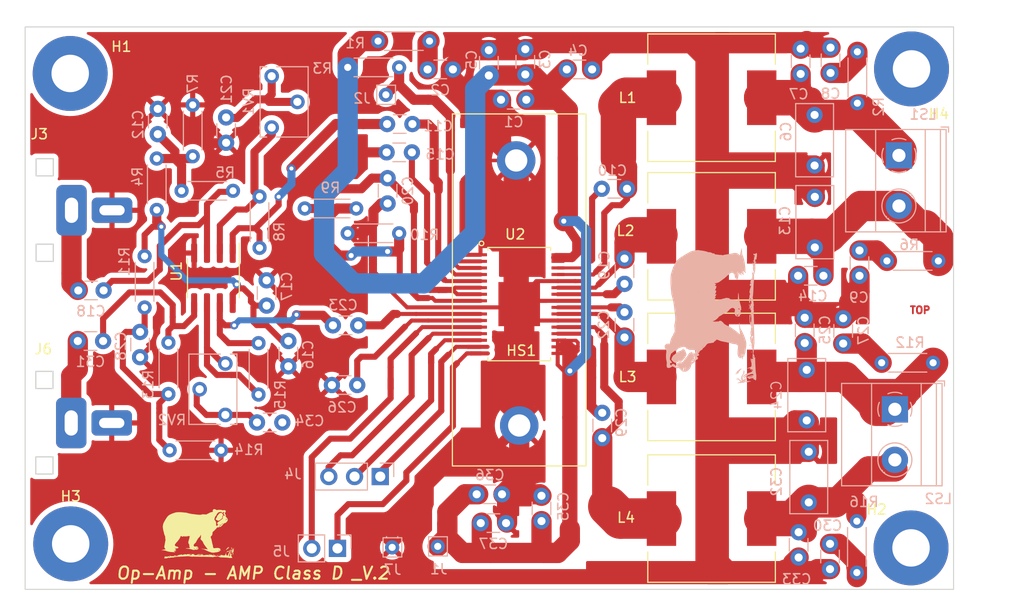
<source format=kicad_pcb>
(kicad_pcb (version 20211014) (generator pcbnew)
  (title_block (date "2022-10-17"))
  (layers (0 "F.Cu" signal) (31 "B.Cu" signal) (34 "B.Paste" user) (35 "F.Paste" user) (36 "B.SilkS" user "B.Silkscreen") (37 "F.SilkS" user "F.Silkscreen") (38 "B.Mask" user) (39 "F.Mask" user) (44 "Edge.Cuts" user))
  (net 0 "")
  (net 1 "Net-(C8-Pad2)")
  (net 2 "Net-(C9-Pad1)")
  (net 3 "Net-(C2-Pad1)")
  (net 4 "Net-(C10-Pad1)")
  (net 5 "Net-(C10-Pad2)")
  (net 6 "R1")
  (net 7 "GND")
  (net 8 "VCC")
  (net 9 "Net-(C11-Pad2)")
  (net 10 "Net-(C13-Pad1)")
  (net 11 "Net-(C12-Pad1)")
  (net 12 "Net-(C6-Pad2)")
  (net 13 "+9V")
  (net 14 "Net-(C15-Pad2)")
  (net 15 "Net-(C19-Pad1)")
  (net 16 "Net-(C19-Pad2)")
  (net 17 "Net-(C24-Pad2)")
  (net 18 "Net-(J3-Pad2)")
  (net 19 "Net-(C18-Pad2)")
  (net 20 "L1")
  (net 21 "Net-(C22-Pad1)")
  (net 22 "Net-(C22-Pad2)")
  (net 23 "Net-(C20-Pad2)")
  (net 24 "Net-(C27-Pad2)")
  (net 25 "Net-(C26-Pad2)")
  (net 26 "Net-(C23-Pad2)")
  (net 27 "Net-(C28-Pad1)")
  (net 28 "Net-(C29-Pad2)")
  (net 29 "Net-(C30-Pad1)")
  (net 30 "Net-(C31-Pad2)")
  (net 31 "Net-(J2-Pad1)")
  (net 32 "Net-(J5-Pad1)")
  (net 37 "Net-(J5-Pad2)")
  (net 38 "Net-(C31-Pad1)")
  (net 39 "Net-(C32-Pad1)")
  (net 40 "Net-(C29-Pad1)")
  (net 42 "Net-(C34-Pad2)")
  (net 43 "Net-(RV1-Pad2)")
  (net 44 "Net-(J4-Pad3)")
  (net 45 "Net-(J4-Pad2)")
  (net 46 "Net-(J4-Pad1)")
  (net 47 "Net-(R8-Pad1)")
  (net 48 "Net-(R10-Pad2)")
  (net 49 "Net-(R15-Pad1)")
  (footprint "Inductor_SMD:L_12x12mm_H8mm" (layer "F.Cu") (at 167.75 83.55)
    (fp_text reference "L1")
    (fp_text value "10u")
  )
  (footprint "MountingHole:MountingHole_3.7mm_Pad" (layer "F.Cu") (at 104.4 81.15)
    (fp_text reference "H1")
    (fp_text value "MountingHole_Pad")
  )
  (footprint "Inductor_SMD:L_12x12mm_H8mm" (layer "F.Cu") (at 167.75 125.15 180)
    (fp_text reference "L4")
    (fp_text value "10u")
  )
  (footprint "Library:RCA_RCJ-04" (layer "F.Cu") (at 104.23 94.675 180)
    (fp_text reference "J3")
    (fp_text value "RIN+")
    (fp_rect (start 1.5 -3.35) (end 3.2 -5.05) (layer "Edge.Cuts") (width 0.12) (fill none))
    (fp_rect (start 1.5 5.1) (end 3.2 3.4) (layer "Edge.Cuts") (width 0.12) (fill none))
  )
  (footprint "Library:oso_logo02" (layer "F.Cu") (at 116.872724 126.636087)
    (fp_text reference "G" hide)
    (fp_text value "LOGO" hide)
  )
  (footprint "Inductor_SMD:L_12x12mm_H8mm" (layer "F.Cu") (at 167.75 111.15)
    (fp_text reference "L3")
    (fp_text value "10u")
  )
  (footprint "Package_SO:SOIC-8_3.9x4.9mm_P1.27mm" (layer "F.Cu") (at 118.545 101.375 -90)
    (fp_text reference "U1")
    (fp_text value "NE5532")
  )
  (footprint "MountingHole:MountingHole_3.7mm_Pad" (layer "F.Cu") (at 104.45 127.65)
    (fp_text reference "H3")
    (fp_text value "MountingHole_Pad")
  )
  (footprint "TPA3116_:Disipador" (layer "F.Cu") (at 148.75 103.75)
    (fp_text reference "HS1")
    (fp_text value "Heatsink_Pad_2Pin" hide)
  )
  (footprint "Library:RCA_RCJ-04" (layer "F.Cu") (at 104.2 115.7 180)
    (fp_text reference "J6")
    (fp_text value "RIN-")
    (fp_rect (start 1.5 5.1) (end 3.2 3.4) (layer "Edge.Cuts") (width 0.12) (fill none))
    (fp_rect (start 1.5 -3.35) (end 3.2 -5.05) (layer "Edge.Cuts") (width 0.12) (fill none))
  )
  (footprint "MountingHole:MountingHole_3.7mm_Pad" (layer "F.Cu") (at 187.5 80.7)
    (fp_text reference "H4")
    (fp_text value "MountingHole_Pad")
  )
  (footprint "MountingHole:MountingHole_3.7mm_Pad" (layer "F.Cu") (at 187.45 128.05)
    (fp_text reference "H2")
    (fp_text value "MountingHole_Pad")
  )
  (footprint "TPA3116_:TPA3118D2DAPR" (layer "F.Cu") (at 148.75 103.95)
    (fp_text reference "U2")
    (fp_text value "TPA31XXD2" hide)
  )
  (footprint "Inductor_SMD:L_12x12mm_H8mm" (layer "F.Cu") (at 167.75 97.25 180)
    (fp_text reference "L2")
    (fp_text value "10u")
  )
  (footprint "Capacitor_THT:C_Disc_D3.0mm_W1.6mm_P2.50mm" (layer "B.Cu") (at 147.05 122.75 180)
    (fp_text reference "C36")
    (fp_text value "100n")
  )
  (footprint "Capacitor_THT:C_Disc_D3.0mm_W1.6mm_P2.50mm" (layer "B.Cu") (at 146.95 83.75)
    (fp_text reference "C1")
    (fp_text value "10n")
  )
  (footprint "Resistor_THT:R_Axial_DIN0204_L3.6mm_D1.6mm_P5.08mm_Horizontal" (layer "B.Cu") (at 123.1 93.31 -90)
    (fp_text reference "R8")
    (fp_text value "150k")
  )
  (footprint "Connector_Pin:Pin_D0.7mm_L6.5mm_W1.8mm_FlatFork" (layer "B.Cu") (at 136.2 128 180)
    (fp_text reference "J7")
    (fp_text value "Conn_01x01")
  )
  (footprint "Capacitor_THT:C_Disc_D3.0mm_W1.6mm_P2.50mm" (layer "B.Cu") (at 179.5 78.6 -90)
    (fp_text reference "C8")
    (fp_text value "10n")
  )
  (footprint "Capacitor_THT:C_Disc_D3.0mm_W1.6mm_P2.50mm" (layer "B.Cu") (at 130.35 106.05)
    (fp_text reference "C23")
    (fp_text value "1u")
  )
  (footprint "Resistor_THT:R_Axial_DIN0204_L3.6mm_D1.6mm_P5.08mm_Horizontal" (layer "B.Cu") (at 182.1 125.41 -90)
    (fp_text reference "R16")
    (fp_text value "3.3")
  )
  (footprint "Resistor_THT:R_Axial_DIN0204_L3.6mm_D1.6mm_P5.08mm_Horizontal" (layer "B.Cu") (at 123 112.89 90)
    (fp_text reference "R15")
    (fp_text value "150k")
  )
  (footprint "Capacitor_THT:C_Disc_D3.0mm_W1.6mm_P2.50mm" (layer "B.Cu") (at 111.3 106.7 -90)
    (fp_text reference "C28")
    (fp_text value "10u")
  )
  (footprint "Capacitor_THT:C_Disc_D3.0mm_W1.6mm_P2.50mm" (layer "B.Cu") (at 155.95 80.75 180)
    (fp_text reference "C4")
    (fp_text value "100n")
  )
  (footprint "Capacitor_THT:C_Disc_D3.0mm_W1.6mm_P2.50mm" (layer "B.Cu") (at 182.36 98.65 -90)
    (fp_text reference "C9")
    (fp_text value "10n")
  )
  (footprint "Capacitor_THT:C_Disc_D3.0mm_W1.6mm_P2.50mm" (layer "B.Cu") (at 156.95 114.7 -90)
    (fp_text reference "C29")
    (fp_text value "220n")
  )
  (footprint "Connector_Pin:Pin_D0.7mm_L6.5mm_W1.8mm_FlatFork" (layer "B.Cu") (at 135.58 83.26 180)
    (fp_text reference "J2")
    (fp_text value "Conn_01x01")
  )
  (footprint "Resistor_THT:R_Axial_DIN0204_L3.6mm_D1.6mm_P5.08mm_Horizontal" (layer "B.Cu") (at 114.22 118.4)
    (fp_text reference "R14")
    (fp_text value "100k")
  )
  (footprint "Capacitor_THT:C_Disc_D3.0mm_W1.6mm_P2.50mm" (layer "B.Cu") (at 135.65 88.95)
    (fp_text reference "C15")
    (fp_text value "1u")
  )
  (footprint "Resistor_THT:R_Axial_DIN0204_L3.6mm_D1.6mm_P5.08mm_Horizontal" (layer "B.Cu") (at 115.4 92.75)
    (fp_text reference "R5")
    (fp_text value "100k")
  )
  (footprint "TerminalBlock_Phoenix:TerminalBlock_Phoenix_MKDS-1,5-2_1x02_P5.00mm_Horizontal" (layer "B.Cu") (at 185.855 114.35 -90)
    (fp_text reference "LS2")
    (fp_text value "Speaker")
  )
  (footprint "Resistor_THT:R_Axial_DIN0204_L3.6mm_D1.6mm_P5.08mm_Horizontal" (layer "B.Cu") (at 112.95 94.64 90)
    (fp_text reference "R4")
    (fp_text value "100k")
  )
  (footprint "Resistor_THT:R_Axial_DIN0204_L3.6mm_D1.6mm_P5.08mm_Horizontal" (layer "B.Cu") (at 131.81 96.95)
    (fp_text reference "R10")
    (fp_text value "100k")
  )
  (footprint "Capacitor_THT:C_Disc_D3.0mm_W1.6mm_P2.50mm" (layer "B.Cu") (at 119.8 88 90)
    (fp_text reference "C21")
    (fp_text value "10u")
  )
  (footprint "Capacitor_THT:C_Disc_D3.0mm_W1.6mm_P2.50mm" (layer "B.Cu") (at 145.75 81.35 90)
    (fp_text reference "C5")
    (fp_text value "220u")
  )
  (footprint "Capacitor_THT:C_Disc_D3.0mm_W1.6mm_P2.50mm" (layer "B.Cu") (at 176.35 126.5 -90)
    (fp_text reference "C33")
    (fp_text value "1n")
  )
  (footprint "Capacitor_THT:C_Disc_D3.0mm_W1.6mm_P2.50mm" (layer "B.Cu") (at 159.15 104.75 -90)
    (fp_text reference "C22")
    (fp_text value "220n")
  )
  (footprint "Capacitor_THT:C_Rect_L7.0mm_W3.5mm_P5.00mm" (layer "B.Cu") (at 177.15 115.45 90)
    (fp_text reference "C24")
    (fp_text value "680n")
  )
  (footprint "Capacitor_THT:C_Disc_D3.0mm_W1.6mm_P2.50mm" (layer "B.Cu") (at 113.05 87.15 90)
    (fp_text reference "C12")
    (fp_text value "10u")
  )
  (footprint "Resistor_THT:R_Axial_DIN0204_L3.6mm_D1.6mm_P5.08mm_Horizontal" (layer "B.Cu") (at 114.1 112.84 90)
    (fp_text reference "R13")
    (fp_text value "100k")
  )
  (footprint "Resistor_THT:R_Axial_DIN0204_L3.6mm_D1.6mm_P5.08mm_Horizontal" (layer "B.Cu") (at 184.55 109.75)
    (fp_text reference "R12")
    (fp_text value "3.3")
  )
  (footprint "Resistor_THT:R_Axial_DIN0204_L3.6mm_D1.6mm_P5.08mm_Horizontal" (layer "B.Cu") (at 190.15 99.68 180)
    (fp_text reference "R6")
    (fp_text value "3.3")
  )
  (footprint "Potentiometer_THT:Potentiometer_Bourns_3266W_Vertical" (layer "B.Cu") (at 124.3 86.5 -90)
    (fp_text reference "RV1")
    (fp_text value "100k")
  )
  (footprint "Capacitor_THT:C_Rect_L7.0mm_W3.5mm_P5.00mm" (layer "B.Cu") (at 177.95 98.35 90)
    (fp_text reference "C13")
    (fp_text value "680n")
  )
  (footprint "Capacitor_THT:C_Disc_D3.0mm_W1.6mm_P2.50mm" (layer "B.Cu") (at 125.35 115.65 180)
    (fp_text reference "C34")
    (fp_text value "10u")
  )
  (footprint "Resistor_THT:R_Axial_DIN0204_L3.6mm_D1.6mm_P5.08mm_Horizontal" (layer "B.Cu") (at 131.81 80.55)
    (fp_text reference "R3")
    (fp_text value "100k")
  )
  (footprint "Capacitor_THT:C_Disc_D3.0mm_W1.6mm_P2.50mm" (layer "B.Cu") (at 135.75 94 90)
    (fp_text reference "C20")
    (fp_text value "1u")
  )
  (footprint "Resistor_THT:R_Axial_DIN0204_L3.6mm_D1.6mm_P5.08mm_Horizontal" (layer "B.Cu") (at 182.15 79.01 -90)
    (fp_text reference "R2")
    (fp_text value "3.3")
  )
  (footprint "Resistor_THT:R_Axial_DIN0204_L3.6mm_D1.6mm_P5.08mm_Horizontal" (layer "B.Cu") (at 116.5 89.34 90)
    (fp_text reference "R7")
    (fp_text value "100k")
  )
  (footprint "Connector_PinSocket_2.54mm:PinSocket_1x02_P2.54mm_Vertical" (layer "B.Cu") (at 130.8 128.1 90)
    (fp_text reference "J5")
    (fp_text value "LIN-")
  )
  (footprint "Resistor_THT:R_Axial_DIN0204_L3.6mm_D1.6mm_P5.08mm_Horizontal" (layer "B.Cu") (at 134.81 77.95)
    (fp_text reference "R1")
    (fp_text value "3.3")
  )
  (footprint "Capacitor_THT:C_Disc_D3.0mm_W1.6mm_P2.50mm" (layer "B.Cu") (at 105.2 102.6)
    (fp_text reference "C18")
    (fp_text value "10u")
  )
  (footprint "Capacitor_THT:C_Disc_D3.0mm_W1.6mm_P2.50mm" (layer "B.Cu") (at 130.25 111.95)
    (fp_text reference "C26")
    (fp_text value "1u")
  )
  (footprint "Capacitor_THT:C_Disc_D3.0mm_W1.6mm_P2.50mm" (layer "B.Cu") (at 123.8 104.1 90)
    (fp_text reference "C17")
    (fp_text value "0.1u")
  )
  (footprint "Library:oso_logo01" (layer "B.Cu") (at 167.65 104.85 -90)
    (fp_text reference "G***" hide)
    (fp_text value "LOGO" hide)
  )
  (footprint "Capacitor_THT:C_Disc_D3.0mm_W1.6mm_P2.50mm" (layer "B.Cu") (at 105.15 107.6)
    (fp_text reference "C31")
    (fp_text value "10u")
  )
  (footprint "Capacitor_THT:C_Disc_D3.0mm_W1.6mm_P2.50mm" (layer "B.Cu") (at 144.95 125.6)
    (fp_text reference "C37")
    (fp_text value "220u")
  )
  (footprint "Capacitor_THT:C_Disc_D3.0mm_W1.6mm_P2.50mm" (layer "B.Cu") (at 159.15 101.95 90)
    (fp_text reference "C19")
    (fp_text value "220n")
  )
  (footprint "Capacitor_THT:C_Disc_D3.0mm_W1.6mm_P2.50mm" (layer "B.Cu") (at 178.8 101.15 180)
    (fp_text reference "C14")
    (fp_text value "1n")
  )
  (footprint "TerminalBlock_Phoenix:TerminalBlock_Phoenix_MKDS-1,5-2_1x02_P5.00mm_Horizontal" (layer "B.Cu") (at 186.255 89.25 -90)
    (fp_text reference "LS1")
    (fp_text value "Speaker")
  )
  (footprint "Resistor_THT:R_Axial_DIN0204_L3.6mm_D1.6mm_P5.08mm_Horizontal" (layer "B.Cu") (at 111.75 99.21 -90)
    (fp_text reference "R11")
    (fp_text value "100k")
  )
  (footprint "Capacitor_THT:C_Disc_D3.0mm_W1.6mm_P2.50mm" (layer "B.Cu") (at 176.95 105.3 -90)
    (fp_text reference "C25")
    (fp_text value "1n")
  )
  (footprint "Capacitor_THT:C_Disc_D3.0mm_W1.6mm_P2.50mm" (layer "B.Cu") (at 139.7 80.75)
    (fp_text reference "C2")
    (fp_text value "100n")
  )
  (footprint "Capacitor_THT:C_Disc_D3.0mm_W1.6mm_P2.50mm" (layer "B.Cu") (at 135.7 86.15)
    (fp_text reference "C11")
    (fp_text value "1u")
  )
  (footprint "Connector_Pin:Pin_D0.7mm_L6.5mm_W1.8mm_FlatFork" (layer "B.Cu") (at 140.7 127.9 180)
    (fp_text reference "J1")
    (fp_text value "Conn_01x01")
  )
  (footprint "Capacitor_THT:C_Disc_D3.0mm_W1.6mm_P2.50mm" (layer "B.Cu") (at 179.45 127.65 -90)
    (fp_text reference "C30")
    (fp_text value "10n")
  )
  (footprint "Capacitor_THT:C_Disc_D3.0mm_W1.6mm_P2.50mm" (layer "B.Cu") (at 156.9 92.55)
    (fp_text reference "C10")
    (fp_text value "220n")
  )
  (footprint "Potentiometer_THT:Potentiometer_Bourns_3266W_Vertical" (layer "B.Cu") (at 119.725 109.825 90)
    (fp_text reference "RV2")
    (fp_text value "100k")
  )
  (footprint "Connector_PinSocket_2.54mm:PinSocket_1x03_P2.54mm_Vertical" (layer "B.Cu") (at 135.025 121 90)
    (fp_text reference "J4")
    (fp_text value "Conn_01x03")
  )
  (footprint "Capacitor_THT:C_Disc_D3.0mm_W1.6mm_P2.50mm" (layer "B.Cu") (at 150.95 122.9 -90)
    (fp_text reference "C35")
    (fp_text value "1n")
  )
  (footprint "Capacitor_THT:C_Disc_D3.0mm_W1.6mm_P2.50mm" (layer "B.Cu") (at 176.55 78.7 -90)
    (fp_text reference "C7")
    (fp_text value "1n")
  )
  (footprint "Capacitor_THT:C_Rect_L7.0mm_W3.5mm_P5.00mm" (layer "B.Cu") (at 177.925 90.25 90)
    (fp_text reference "C6")
    (fp_text value "680n")
  )
  (footprint "Capacitor_THT:C_Disc_D3.0mm_W1.6mm_P2.50mm" (layer "B.Cu") (at 180.75 105.35 -90)
    (fp_text reference "C27")
    (fp_text value "10n")
  )
  (footprint "Resistor_THT:R_Axial_DIN0204_L3.6mm_D1.6mm_P5.08mm_Horizontal" (layer "B.Cu") (at 132.65 94.5 180)
    (fp_text reference "R9")
    (fp_text value "100k")
  )
  (footprint "Capacitor_THT:C_Disc_D3.0mm_W1.6mm_P2.50mm" (layer "B.Cu") (at 149.35 78.75 -90)
    (fp_text reference "C3")
    (fp_text value "1n")
  )
  (footprint "Capacitor_THT:C_Rect_L7.0mm_W3.5mm_P5.00mm" (layer "B.Cu") (at 177.35 123.55 90)
    (fp_text reference "C32")
    (fp_text value "680n")
  )
  (footprint "Capacitor_THT:C_Disc_D3.0mm_W1.6mm_P2.50mm" (layer "B.Cu") (at 125.95 110.1 90)
    (fp_text reference "C16")
    (fp_text value "0.1u")
  )
  (gr_rect (start 99.95 76.55) (end 191.65 132.15) (layer "Edge.Cuts") (width 0.1) (fill none))
  (gr_text "TOP" (at 188.35 104.55) (layer "F.Cu") (effects (font (size 0.7 0.7) (thickness 0.175))))
  (gr_text "Op-Amp - AMP Class D _V.2" (at 122.45 130.55) (layer "F.SilkS") (effects (font (size 1.2 1.2) (thickness 0.2) italic)))
  (segment (start 182.15 79.75) (end 182.15 79.01) (width 2) (layer "F.Cu") (net 1))
  (segment (start 180.8 81.1) (end 182.15 79.75) (width 2) (layer "F.Cu") (net 1))
  (segment (start 179.5 81.1) (end 180.8 81.1) (width 2) (layer "F.Cu") (net 1))
  (segment (start 182.36 98.65) (end 184.04 98.65) (width 2) (layer "F.Cu") (net 2))
  (segment (start 184.04 98.65) (end 185.07 99.68) (width 2) (layer "F.Cu") (net 2))
  (segment (start 139.7 78.14) (end 139.89 77.95) (width 2) (layer "F.Cu") (net 3))
  (segment (start 139.7 80.75) (end 139.7 78.14) (width 2) (layer "F.Cu") (net 3))
  (segment (start 155.85 99.65) (end 155.95 99.55) (width 0.6) (layer "F.Cu") (net 4))
  (segment (start 155.125002 100.374998) (end 155.85 99.65) (width 0.3) (layer "F.Cu") (net 4))
  (segment (start 155.95 99.55) (end 155.95 93.5) (width 0.6) (layer "F.Cu") (net 4))
  (segment (start 155.95 93.5) (end 156.9 92.55) (width 0.6) (layer "F.Cu") (net 4))
  (segment (start 152.550851 100.374998) (end 155.125002 100.374998) (width 0.3) (layer "F.Cu") (net 4))
  (segment (start 159.4 90.4) (end 159.4 92.55) (width 2) (layer "F.Cu") (net 5))
  (segment (start 158.8 94.175) (end 159.4 93.575) (width 0.6) (layer "F.Cu") (net 5))
  (segment (start 156.075 101.025) (end 156.35 100.75) (width 0.4) (layer "F.Cu") (net 5))
  (segment (start 156.35 100.75) (end 157.15 99.95) (width 0.6) (layer "F.Cu") (net 5))
  (segment (start 158.55 89.55) (end 158.55 84.35) (width 3.5) (layer "F.Cu") (net 5))
  (segment (start 152.550851 101.025) (end 155.275 101.025) (width 0.3) (layer "F.Cu") (net 5))
  (segment (start 159.4 93.575) (end 159.4 92.55) (width 0.6) (layer "F.Cu") (net 5))
  (segment (start 162.8 83.55) (end 159.35 83.55) (width 4) (layer "F.Cu") (net 5))
  (segment (start 155.275 101.025) (end 156.075 101.025) (width 0.4) (layer "F.Cu") (net 5))
  (segment (start 157.15 94.95) (end 157.925 94.175) (width 0.6) (layer "F.Cu") (net 5))
  (segment (start 159.35 83.55) (end 158.55 84.35) (width 4) (layer "F.Cu") (net 5))
  (segment (start 157.925 94.175) (end 158.8 94.175) (width 0.6) (layer "F.Cu") (net 5))
  (segment (start 157.15 99.95) (end 157.15 94.95) (width 0.6) (layer "F.Cu") (net 5))
  (segment (start 158.55 89.55) (end 159.4 90.4) (width 2) (layer "F.Cu") (net 5))
  (segment (start 120.45 98.9) (end 120.45 97.05) (width 0.6) (layer "F.Cu") (net 6))
  (segment (start 120.45 97.05) (end 121.05 96.45) (width 0.6) (layer "F.Cu") (net 6))
  (segment (start 122.7 96.45) (end 124.986106 94.163894) (width 0.6) (layer "F.Cu") (net 6))
  (segment (start 123.1 96.85) (end 123.1 98.39) (width 0.6) (layer "F.Cu") (net 6))
  (segment (start 133.35 86.15) (end 130.647036 86.15) (width 1) (layer "F.Cu") (net 6))
  (segment (start 124.986106 94.163894) (end 124.986106 93.336106) (width 0.6) (layer "F.Cu") (net 6))
  (segment (start 130.647036 86.15) (end 126.2495 90.547536) (width 1) (layer "F.Cu") (net 6))
  (segment (start 122.7 96.45) (end 123.1 96.85) (width 0.6) (layer "F.Cu") (net 6))
  (segment (start 133.35 86.15) (end 135.7 86.15) (width 1) (layer "F.Cu") (net 6))
  (segment (start 121.05 96.45) (end 122.7 96.45) (width 0.6) (layer "F.Cu") (net 6))
  (via (at 124.986106 93.336106) (size 0.8) (drill 0.4) (layers "F.Cu" "B.Cu") (net 6))
  (via (at 126.2495 90.547536) (size 0.8) (drill 0.4) (layers "F.Cu" "B.Cu") (net 6))
  (segment (start 126.2495 92.072713) (end 126.2495 90.547536) (width 0.8) (layer "B.Cu") (net 6))
  (segment (start 124.986106 93.336106) (end 126.2495 92.072713) (width 0.8) (layer "B.Cu") (net 6))
  (segment (start 143.85 78.85) (end 145.75 78.85) (width 2) (layer "F.Cu") (net 7))
  (segment (start 147.524999 107.524999) (end 147.55 107.55) (width 0.35) (layer "F.Cu") (net 7))
  (segment (start 147.2 122.75) (end 150.8 122.75) (width 2) (layer "F.Cu") (net 7))
  (segment (start 174.075 117.35) (end 175.275 118.55) (width 2) (layer "F.Cu") (net 7))
  (segment (start 134.3 100) (end 134.3 100.9) (width 0.8) (layer "F.Cu") (net 7))
  (segment (start 149.35 78.75) (end 150.75 78.75) (width 2) (layer "F.Cu") (net 7))
  (segment (start 148.75 103.95) (end 150.375028 105.575028) (width 0.35) (layer "F.Cu") (net 7))
  (segment (start 136.2 125.85) (end 136.2 128) (width 1) (layer "F.Cu") (net 7))
  (segment (start 147.55 107.55) (end 148.15 106.95) (width 0.35) (layer "F.Cu") (net 7))
  (segment (start 135.55 102.15) (end 137.675001 104.275001) (width 0.4) (layer "F.Cu") (net 7))
  (segment (start 152.5727 103.624994) (end 155.475006 103.624994) (width 0.4) (layer "F.Cu") (net 7))
  (segment (start 168.95 104.15) (end 175.85 104.15) (width 2) (layer "F.Cu") (net 7))
  (segment (start 169.35 90.55) (end 167.35 92.55) (width 2) (layer "F.Cu") (net 7))
  (segment (start 167.35 78.15) (end 176 78.15) (width 2) (layer "F.Cu") (net 7))
  (segment (start 148.75 103.35) (end 148.75 103.95) (width 0.35) (layer "F.Cu") (net 7))
  (segment (start 178.2 130.15) (end 179.45 130.15) (width 2) (layer "F.Cu") (net 7))
  (segment (start 148.15 106.95) (end 148.75 106.35) (width 0.35) (layer "F.Cu") (net 7))
  (segment (start 131.25 90.25) (end 132.55 88.95) (width 1) (layer "F.Cu") (net 7))
  (segment (start 175.8 130.35) (end 177.9 130.35) (width 2) (layer "F.Cu") (net 7))
  (segment (start 148.45 89.75) (end 148.45 103.65) (width 2.5) (layer "F.Cu") (net 7))
  (segment (start 148.45 89.75) (end 145.35 89.75) (width 0.35) (layer "F.Cu") (net 7))
  (segment (start 134.3 96) (end 134.3 100) (width 0.8) (layer "F.Cu") (net 7))
  (segment (start 181.35 104.75) (end 181.35 103.75) (width 2) (layer "F.Cu") (net 7))
  (segment (start 176.95 104.35) (end 176.95 105.3) (width 2) (layer "F.Cu") (net 7))
  (segment (start 169.65 90.25) (end 173.975 90.25) (width 2) (layer "F.Cu") (net 7))
  (segment (start 173.975 90.25) (end 177.925 90.25) (width 2) (layer "F.Cu") (net 7))
  (segment (start 152.550851 101.674998) (end 150.425002 101.674998) (width 0.4) (layer "F.Cu") (net 7))
  (segment (start 132.55 88.95) (end 135.65 88.95) (width 1) (layer "F.Cu") (net 7))
  (segment (start 152.550851 103.624999) (end 151.424999 103.624999) (width 0.4) (layer "F.Cu") (net 7))
  (segment (start 143.65 98.01) (end 143.65 97.87) (width 0.35) (layer "F.Cu") (net 7))
  (segment (start 167.95 128.95) (end 169.35 130.35) (width 2) (layer "F.Cu") (net 7))
  (segment (start 177.9 130.35) (end 177.95 130.4) (width 2) (layer "F.Cu") (net 7))
  (segment (start 150.675001 103.624999) (end 150.824999 103.624999) (width 0.25) (layer "F.Cu") (net 7))
  (segment (start 177.35 115.65) (end 177.15 115.45) (width 2) (layer "F.Cu") (net 7))
  (segment (start 176.3 103.7) (end 176.95 104.35) (width 2) (layer "F.Cu") (net 7))
  (segment (start 145.75 78.85) (end 149.25 78.85) (width 2) (layer "F.Cu") (net 7))
  (segment (start 133.35 96.95) (end 133.95 96.35) (width 1) (layer "F.Cu") (net 7))
  (segment (start 180.75 105.35) (end 181.35 104.75) (width 2) (layer "F.Cu") (net 7))
  (segment (start 177.925 93.325) (end 177.95 93.35) (width 2) (layer "F.Cu") (net 7))
  (segment (start 176.95 105.3) (end 180.7 105.3) (width 2) (layer "F.Cu") (net 7))
  (segment (start 143.475088 99.074914) (end 143.15 98.749826) (width 0.35) (layer "F.Cu") (net 7))
  (segment (start 118.5 88.05) (end 120 88.05) (width 1) (layer "F.Cu") (net 7))
  (segment (start 147.55 125.55) (end 147.55 123.1) (width 2) (layer "F.Cu") (net 7))
  (segment (start 135.1 94) (end 135.75 94) (width 1) (layer "F.Cu") (net 7))
  (segment (start 145.49 119.21) (end 148.75 115.95) (width 1) (layer "F.Cu") (net 7))
  (segment (start 165.75 78.15) (end 167.35 79.75) (width 2) (layer "F.Cu") (net 7))
  (segment (start 173.975 90.25) (end 174.85 90.25) (width 2) (layer "F.Cu") (net 7))
  (segment (start 181.35 103.75) (end 182.36 102.74) (width 2) (layer "F.Cu") (net 7))
  (segment (start 168.95 104.15) (end 167.75 105.35) (width 2) (layer "F.Cu") (net 7))
  (segment (start 131.81 96.95) (end 133.35 96.95) (width 1) (layer "F.Cu") (net 7))
  (segment (start 154.27496 101.67496) (end 154.47496 101.67496) (width 0.35) (layer "F.Cu") (net 7))
  (segment (start 177.925 90.25) (end 177.925 93.325) (width 2) (layer "F.Cu") (net 7))
  (segment (start 143.51 98.15) (end 143.65 98.01) (width 0.35) (layer "F.Cu") (net 7))
  (segment (start 177.95 130.4) (end 178.2 130.15) (width 2) (layer "F.Cu") (net 7))
  (segment (start 175.975 115.45) (end 177.15 115.45) (width 2) (layer "F.Cu") (net 7))
  (segment (start 148.424999 104.275001) (end 148.75 103.95) (width 0.4) (layer "F.Cu") (net 7))
  (segment (start 129.95 90.25) (end 131.25 90.25) (width 1) (layer "F.Cu") (net 7))
  (segment (start 154.27496 101.67496) (end 155.47496 101.67496) (width 0.4) (layer "F.Cu") (net 7))
  (segment (start 147.2 122.75) (end 148.75 121.2) (width 2) (layer "F.Cu") (net 7))
  (segment (start 149.25 78.85) (end 149.35 78.75) (width 2) (layer "F.Cu") (net 7))
  (segment (start 142.44 119.21) (end 145.49 119.21) (width 1) (layer "F.Cu") (net 7))
  (segment (start 155.95 79.55) (end 157.35 78.15) (width 2) (layer "F.Cu") (net 7))
  (segment (start 177.8 78.6) (end 179.5 78.6) (width 2) (layer "F.Cu") (net 7))
  (segment (start 176.3 101.15) (end 176.3 103.7) (width 2) (layer "F.Cu") (net 7))
  (segment (start 125.9 92.25) (end 127.95 92.25) (width 1) (layer "F.Cu") (net 7))
  (segment (start 174.075 117.35) (end 176.35 117.35) (width 2) (layer "F.Cu") (net 7))
  (segment (start 177.35 116.35) (end 177.35 115.65) (width 2) (layer "F.Cu") (net 7))
  (segment (start 143.475088 99.074914) (end 144.9273 99.074914) (width 0.4) (layer "F.Cu") (net 7))
  (segment (start 142 80.7) (end 143.85 78.85) (width 2) (layer "F.Cu") (net 7))
  (segment (start 176.55 78.55) (end 177.15 77.95) (width 2) (layer "F.Cu") (net 7))
  (segment (start 151.35 78.15) (end 157.35 78.15) (width 2) (layer "F.Cu") (net 7))
  (segment (start 157.35 78.15) (end 157.75 78.15) (width 2) (layer "F.Cu") (net 7))
  (segment (start 143.553472 83.75) (end 142 82.196529) (width 2) (layer "F.Cu") (net 7))
  (segment (start 143.15 98.75) (end 143.475001 99.075001) (width 0.4) (layer "F.Cu") (net 7))
  (segment (start 149.075001 103.624999) (end 148.75 103.95) (width 0.4) (layer "F.Cu") (net 7))
  (segment (start 146.95 88.25) (end 146.95 83.75) (width 2) (layer "F.Cu") (net 7))
  (segment (start 180.7 105.3) (end 180.75 105.35) (width 2) (layer "F.Cu") (net 7))
  (segment (start 167.35 88.55) (end 169.35 90.55) (width 2) (layer "F.Cu") (net 7))
  (segment (start 134.35 95.95) (end 134.35 94.75) (width 1) (layer "F.Cu") (net 7))
  (segment (start 150.8 122.75) (end 150.95 122.9) (width 2) (layer "F.Cu") (net 7))
  (segment (start 167.95 118.55) (end 167.95 128.95) (width 2) (layer "F.Cu") (net 7))
  (segment (start 152.5727 105.575028) (end 155.524972 105.575028) (width 0.4) (layer "F.Cu") (net 7))
  (segment (start 148.75 106.35) (end 148.75 103.95) (width 0.35) (layer "F.Cu") (net 7))
  (segment (start 150.375028 105.575028) (end 152.5727 105.575028) (width 0.4) (layer "F.Cu") (net 7))
  (segment (start 136.2 125.45) (end 136.2 125.85) (width 1) (layer "F.Cu") (net 7))
  (segment (start 167.75 115.95) (end 169.15 117.35) (width 2) (layer "F.Cu") (net 7))
  (segment (start 150.425002 101.674998) (end 148.75 103.35) (width 0.35) (layer "F.Cu") (net 7))
  (segment (start 177.15 77.95) (end 177.8 78.6) (width 2) (layer "F.Cu") (net 7))
  (segment (start 127.95 92.25) (end 129.95 90.25) (width 1) (layer "F.Cu") (net 7))
  (segment (start 167.35 92.55) (end 167.35 102.55) (width 2) (layer "F.Cu") (net 7))
  (segment (start 155.95 80.75) (end 155.95 79.55) (width 2) (layer "F.Cu") (net 7))
  (segment (start 142.44 119.21) (end 136.2 125.45) (width 1) (layer "F.Cu") (net 7))
  (segment (start 167.35 102.55) (end 168.95 104.15) (width 2) (layer "F.Cu") (net 7))
  (segment (start 151.424999 103.624999) (end 149.075001 103.624999) (width 0.4) (layer "F.Cu") (net 7))
  (segment (start 148.75 121.2) (end 148.75 115.95) (width 2) (layer "F.Cu") (net 7))
  (segment (start 176.55 78.7) (end 176.55 78.55) (width 2) (layer "F.Cu") (net 7))
  (segment (start 169.15 117.35) (end 174.075 117.35) (width 2) (layer "F.Cu") (net 7))
  (segment (start 143.475001 99.075001) (end 143.475088 99.074914) (width 0.35) (layer "F.Cu") (net 7))
  (segment (start 148.45 89.75) (end 146.95 88.25) (width 2) (layer "F.Cu") (net 7))
  (segment (start 176.35 117.35) (end 177.35 116.35) (width 2) (layer "F.Cu") (net 7))
  (segment (start 174.85 130.35) (end 175 130.2) (width 2) (layer "F.Cu") (net 7))
  (segment (start 146.95 83.75) (end 143.553472 83.75) (width 2) (layer "F.Cu") (net 7))
  (segment (start 169.15 117.35) (end 167.95 118.55) (width 2) (layer "F.Cu") (net 7))
  (segment (start 144.9273 93.2727) (end 144.9273 96.5273) (width 0.35) (layer "F.Cu") (net 7))
  (segment (start 167.75 105.35) (end 167.75 115.95) (width 2) (layer "F.Cu") (net 7))
  (segment (start 181.35 103.75) (end 181.95 103.15) (width 2) (layer "F.Cu") (net 7))
  (segment (start 182.36 102.74) (end 182.36 101.15) (width 2) (layer "F.Cu") (net 7))
  (segment (start 148.75 103.95) (end 148.75 115.95) (width 3) (layer "F.Cu") (net 7))
  (segment (start 145.35 89.75) (end 143.35 91.75) (width 0.8) (layer "F.Cu") (net 7))
  (segment (start 143.65 97.87) (end 143.57 97.79) (width 0.35) (layer "F.Cu") (net 7))
  (segment (start 147.55 123.1) (end 147.2 122.75) (width 2) (layer "F.Cu") (net 7))
  (segment (start 134.3 100.9) (end 135.55 102.15) (width 0.8) (layer "F.Cu") (net 7))
  (segment (start 167.35 78.15) (end 167.35 79.75) (width 2) (layer "F.Cu") (net 7))
  (segment (start 175.85 104.15) (end 176.3 103.7) (width 2) (layer "F.Cu") (net 7))
  (segment (start 167.35 79.75) (end 167.35 88.55) (width 2) (layer "F.Cu") (net 7))
  (segment (start 152.5727 101.67496) (end 154.27496 101.67496) (width 0.4) (layer "F.Cu") (net 7))
  (segment (start 175.8 129.55) (end 176.35 129) (width 2) (layer "F.Cu") (net 7))
  (segment (start 148.45 89.75) (end 144.9273 93.2727) (width 0.35) (layer "F.Cu") (net 7))
  (segment (start 175.8 130.35) (end 175.8 129.55) (width 2) (layer "F.Cu") (net 7))
  (segment (start 157.75 78.15) (end 165.75 78.15) (width 2) (layer "F.Cu") (net 7))
  (segment (start 143.15 91.95) (end 143.15 98.15) (width 0.6) (layer "F.Cu") (net 7))
  (segment (start 144.9273 99.074914) (end 144.9273 96.5273) (width 0.4) (layer "F.Cu") (net 7))
  (segment (start 174.075 117.35) (end 175.975 115.45) (width 2) (layer "F.Cu") (net 7))
  (segment (start 169.35 130.35) (end 174.85 130.35) (width 2) (layer "F.Cu") (net 7))
  (segment (start 148.45 103.65) (end 148.75 103.95) (width 2.5) (layer "F.Cu") (net 7))
  (segment (start 133.35 96.95) (end 134.35 95.95) (width 1) (layer "F.Cu") (net 7))
  (segment (start 137.675001 104.275001) (end 148.424999 104.275001) (width 0.4) (layer "F.Cu") (net 7))
  (segment (start 142 82.196529) (end 142 80.7) (width 2) (layer "F.Cu") (net 7))
  (segment (start 143.15 98.75) (end 143.15 98.15) (width 0.4) (layer "F.Cu") (net 7))
  (segment (start 177.35 118.55) (end 177.35 116.35) (width 2) (layer "F.Cu") (net 7))
  (segment (start 143.15 91.95) (end 143.35 91.75) (width 0.4) (layer "F.Cu") (net 7))
  (segment (start 143.15 98.749826) (end 143.15 98.15) (width 0.35) (layer "F.Cu") (net 7))
  (segment (start 169.35 90.55) (end 169.65 90.25) (width 2) (layer "F.Cu") (net 7))
  (segment (start 143.5 97.79) (end 143.15 98.14) (width 0.35) (layer "F.Cu") (net 7))
  (segment (start 134.35 94.75) (end 135.1 94) (width 1) (layer "F.Cu") (net 7))
  (segment (start 174.85 130.35) (end 175.8 130.35) (width 2) (layer "F.Cu") (net 7))
  (segment (start 175.275 118.55) (end 177.35 118.55) (width 2) (layer "F.Cu") (net 7))
  (segment (start 151.424999 103.624999) (end 150.824999 103.624999) (width 0.4) (layer "F.Cu") (net 7))
  (segment (start 174.85 90.25) (end 177.95 93.35) (width 2) (layer "F.Cu") (net 7))
  (segment (start 143.15 98.15) (end 143.51 98.15) (width 0.35) (layer "F.Cu") (net 7))
  (segment (start 150.75 78.75) (end 151.35 78.15) (width 2) (layer "F.Cu") (net 7))
  (segment (start 176 78.15) (end 176.55 78.7) (width 2) (layer "F.Cu") (net 7))
  (segment (start 133.95 96.35) (end 134.3 96) (width 1) (layer "F.Cu") (net 7))
  (segment (start 143.57 97.79) (end 143.5 97.79) (width 0.35) (layer "F.Cu") (net 7))
  (segment (start 151.35 82.85) (end 153.45 80.75) (width 2) (layer "F.Cu") (net 8))
  (segment (start 153.35 107.55) (end 154.35 107.55) (width 0.35) (layer "F.Cu") (net 8))
  (segment (start 154.43 97.67) (end 153.79 96.71) (width 0.9) (layer "F.Cu") (net 8))
  (segment (start 151.35 83.75) (end 151.35 83.35) (width 0.9) (layer "F.Cu") (net 8))
  (segment (start 141.65 126.95) (end 140.7 127.9) (width 2) (layer "F.Cu") (net 8))
  (segment (start 131.81 79.29) (end 132.55 78.55) (width 2) (layer "F.Cu") (net 8))
  (segment (start 149.35 81.25) (end 150.05 81.25) (width 2) (layer "F.Cu") (net 8))
  (segment (start 150.95 128.35) (end 150.95 125.4) (width 2) (layer "F.Cu") (net 8))
  (segment (start 154.275001 108.824999) (end 153.475001 108.824999) (width 0.35) (layer "F.Cu") (net 8))
  (segment (start 153.75 127.35) (end 153.75 126.15) (width 2) (layer "F.Cu") (net 8))
  (segment (start 154.275001 110.024999) (end 153.75 110.55) (width 0.35) (layer "F.Cu") (net 8))
  (segment (start 154.43 98.87) (end 154.43 97.67) (width 0.9) (layer "F.Cu") (net 8))
  (segment (start 145.91863 128.55) (end 152.55 128.55) (width 2) (layer "F.Cu") (net 8))
  (segment (start 145.05 125.55) (end 145.05 127.68137) (width 2) (layer "F.Cu") (net 8))
  (segment (start 153.15 95.75) (end 153.79 96.71) (width 0.9) (layer "F.Cu") (net 8))
  (segment (start 141.65 125.65) (end 141.65 124.5) (width 2) (layer "F.Cu") (net 8))
  (segment (start 153.75 108.55) (end 153.374998 108.174998) (width 1.5) (layer "F.Cu") (net 8))
  (segment (start 152.35 99.35) (end 153.95 99.35) (width 0.9) (layer "F.Cu") (net 8))
  (segment (start 153.475001 110.824999) (end 153.45 110.85) (width 0.35) (layer "F.Cu") (net 8))
  (segment (start 154.275001 108.824999) (end 154.275001 110.024999) (width 0.35) (layer "F.Cu") (net 8))
  (segment (start 131.81 80.55) (end 131.81 79.29) (width 2) (layer "F.Cu") (net 8))
  (segment (start 143.4 122.75) (end 144.7 122.75) (width 2) (layer "F.Cu") (net 8))
  (segment (start 145.75 81.35) (end 149.25 81.35) (width 2) (layer "F.Cu") (net 8))
  (segment (start 152.550851 107.524999) (end 153.324999 107.524999) (width 0.35) (layer "F.Cu") (net 8))
  (segment (start 150.05 81.25) (end 152.55 83.75) (width 2) (layer "F.Cu") (net 8))
  (segment (start 152.55 128.55) (end 153.75 127.35) (width 2) (layer "F.Cu") (net 8))
  (segment (start 154.55 108.55) (end 154.275001 108.824999) (width 0.35) (layer "F.Cu") (net 8))
  (segment (start 153.75 110.55) (end 153.75 108.55) (width 1.5) (layer "F.Cu") (net 8))
  (segment (start 152.550851 108.824999) (end 153.475001 108.824999) (width 0.35) (layer "F.Cu") (net 8))
  (segment (start 152.550851 109.950851) (end 153.45 110.85) (width 0.4) (layer "F.Cu") (net 8))
  (segment (start 145.91863 128.55) (end 143.15 128.55) (width 2) (layer "F.Cu") (net 8))
  (segment (start 152.550851 108.350851) (end 152.550851 108.824999) (width 0.35) (layer "F.Cu") (net 8))
  (segment (start 154.55 108.15) (end 154.55 108.55) (width 0.35) (layer "F.Cu") (net 8))
  (segment (start 153.75 115.15) (end 153.75 110.55) (width 1.5) (layer "F.Cu") (net 8))
  (segment (start 153.55 89.55) (end 153.55 95.35) (width 2) (layer "F.Cu") (net 8))
  (segment (start 152.550851 108.174998) (end 152.550851 108.350851) (width 0.35) (layer "F.Cu") (net 8))
  (segment (start 133.15 77.95) (end 134.81 77.95) (width 2) (layer "F.Cu") (net 8))
  (segment (start 153.55 95.35) (end 153.15 95.75) (width 2) (layer "F.Cu") (net 8))
  (segment (start 143.15 128.55) (end 141.65 127.05) (width 2) (layer "F.Cu") (net 8))
  (segment (start 132.55 78.55) (end 133.15 77.95) (width 2) (layer "F.Cu") (net 8))
  (segment (start 151.35 83.75) (end 149.45 83.75) (width 2) (layer "F.Cu") (net 8))
  (segment (start 153.324999 107.524999) (end 153.35 107.55) (width 0.35) (layer "F.Cu") (net 8))
  (segment (start 152.550851 108.174998) (end 154.525002 108.174998) (width 0.35) (layer "F.Cu") (net 8))
  (segment (start 141.65 127.05) (end 141.65 125.65) (width 2) (layer "F.Cu") (net 8))
  (segment (start 152.55 83.75) (end 151.35 83.75) (width 2) (layer "F.Cu") (net 8))
  (segment (start 153.475001 108.824999) (end 153.475001 110.824999) (width 0.35) (layer "F.Cu") (net 8))
  (segment (start 153.95 99.35) (end 154.43 98.87) (width 0.9) (layer "F.Cu") (net 8))
  (segment (start 141.65 124.5) (end 143.4 122.75) (width 2) (layer "F.Cu") (net 8))
  (segment (start 141.65 125.65) (end 141.65 126.95) (width 2) (layer "F.Cu") (net 8))
  (segment (start 145.05 127.68137) (end 145.91863 128.55) (width 2) (layer "F.Cu") (net 8))
  (segment (start 152.55 128.55) (end 151.15 128.55) (width 2) (layer "F.Cu") (net 8))
  (segment (start 154.55 107.75) (end 154.55 108.15) (width 0.35) (layer "F.Cu") (net 8))
  (segment (start 151.15 128.55) (end 150.95 128.35) (width 2) (layer "F.Cu") (net 8))
  (segment (start 152.550851 107.524999) (end 152.550851 108.174998) (width 0.35) (layer "F.Cu") (net 8))
  (segment (start 153.325002 108.174998) (end 152.550851 108.174998) (width 0.35) (layer "F.Cu") (net 8))
  (segment (start 149.25 81.35) (end 149.35 81.25) (width 2) (layer "F.Cu") (net 8))
  (segment (start 154.525002 108.174998) (end 154.55 108.15) (width 0.35) (layer "F.Cu") (net 8))
  (segment (start 153.55 84.75) (end 153.55 89.55) (width 2) (layer "F.Cu") (net 8))
  (segment (start 152.55 83.75) (end 153.55 84.75) (width 2) (layer "F.Cu") (net 8))
  (segment (start 154.35 107.55) (end 154.55 107.75) (width 0.35) (layer "F.Cu") (net 8))
  (segment (start 153.75 126.15) (end 153.75 115.15) (width 1.5) (layer "F.Cu") (net 8))
  (segment (start 153.325002 108.174998) (end 153.374998 108.174998) (width 0.35) (layer "F.Cu") (net 8))
  (segment (start 152.550851 108.350851) (end 152.550851 109.950851) (width 0.4) (layer "F.Cu") (net 8))
  (via (at 153.15 95.75) (size 0.8) (drill 0.5) (layers "F.Cu" "B.Cu") (net 8))
  (via (at 153.75 110.55) (size 0.8) (drill 0.5) (layers "F.Cu" "B.Cu") (net 8))
  (segment (start 129.469511 98.969511) (end 129.469511 93.084174) (width 2) (layer "B.Cu") (net 8))
  (segment (start 144.4 82.7) (end 144.4 96.85) (width 2) (layer "B.Cu") (net 8))
  (segment (start 129.469511 93.084174) (end 131.81 90.743685) (width 2) (layer "B.Cu") (net 8))
  (segment (start 155.35 96.65) (end 154.45 95.75) (width 1) (layer "B.Cu") (net 8))
  (segment (start 132.400489 101.900489) (end 129.469511 98.969511) (width 2) (layer "B.Cu") (net 8))
  (segment (start 144.4 96.85) (end 139.349511 101.900489) (width 2) (layer "B.Cu") (net 8))
  (segment (start 139.349511 101.900489) (end 132.400489 101.900489) (width 2) (layer "B.Cu") (net 8))
  (segment (start 131.81 90.743685) (end 131.81 80.55) (width 2) (layer "B.Cu") (net 8))
  (segment (start 145.75 81.35) (end 144.4 82.7) (width 2) (layer "B.Cu") (net 8))
  (segment (start 153.67 95.75) (end 153.15 95.75) (width 0.25) (layer "B.Cu") (net 8))
  (segment (start 154.45 95.75) (end 153.15 95.75) (width 1) (layer "B.Cu") (net 8))
  (segment (start 155.35 108.95) (end 155.35 96.65) (width 1) (layer "B.Cu") (net 8))
  (segment (start 153.75 110.55) (end 155.35 108.95) (width 1) (layer "B.Cu") (net 8))
  (segment (start 140.75 91.95) (end 140.75 92.7) (width 0.9) (layer "F.Cu") (net 9))
  (segment (start 140.35 91.55) (end 140.35 88.75) (width 0.9) (layer "F.Cu") (net 9))
  (segment (start 139.75 86.15) (end 138.2 86.15) (width 0.9) (layer "F.Cu") (net 9))
  (segment (start 140.35 88.75) (end 140.35 86.75) (width 0.9) (layer "F.Cu") (net 9))
  (segment (start 142.425002 101.025002) (end 141.15 99.75) (width 0.4) (layer "F.Cu") (net 9))
  (segment (start 140.35 91.55) (end 140.75 91.95) (width 0.9) (layer "F.Cu") (net 9))
  (segment (start 141.15 99.75) (end 140.75 99.35) (width 0.6) (layer "F.Cu") (net 9))
  (segment (start 140.75 99.35) (end 140.75 92.7) (width 0.6) (layer "F.Cu") (net 9))
  (segment (start 144.949149 101.025002) (end 142.425002 101.025002) (width 0.4) (layer "F.Cu") (net 9))
  (segment (start 140.35 86.75) (end 139.75 86.15) (width 0.9) (layer "F.Cu") (net 9))
  (segment (start 179.05 97.25) (end 177.65 97.25) (width 3.5) (layer "F.Cu") (net 10))
  (segment (start 177.65 97.25) (end 179.5 97.25) (width 3) (layer "F.Cu") (net 10))
  (segment (start 188.9 96.16) (end 188.165 96.16) (width 3) (layer "F.Cu") (net 10))
  (segment (start 179.65 97.1) (end 179.65 97.2) (width 2) (layer "F.Cu") (net 10))
  (segment (start 177.65 97.25) (end 172.7 97.25) (width 3.5) (layer "F.Cu") (net 10))
  (segment (start 178.8 99.2) (end 177.95 98.35) (width 2) (layer "F.Cu") (net 10))
  (segment (start 179.65 97.2) (end 178.8 98.05) (width 2) (layer "F.Cu") (net 10))
  (segment (start 190.15 97.41) (end 188.9 96.16) (width 3) (layer "F.Cu") (net 10))
  (segment (start 182.5 94.25) (end 186.1 94.25) (width 3) (layer "F.Cu") (net 10))
  (segment (start 179.2 97.1) (end 177.95 98.35) (width 2) (layer "F.Cu") (net 10))
  (segment (start 190.15 99.68) (end 190.15 97.41) (width 3) (layer "F.Cu") (net 10))
  (segment (start 179.65 97.1) (end 182.5 94.25) (width 2) (layer "F.Cu") (net 10))
  (segment (start 188.165 96.16) (end 186.255 94.25) (width 3) (layer "F.Cu") (net 10))
  (segment (start 178.8 98.05) (end 178.8 101.15) (width 2) (layer "F.Cu") (net 10))
  (segment (start 186.1 94.25) (end 186.255 94.25) (width 3) (layer "F.Cu") (net 10))
  (segment (start 179.5 97.25) (end 182.5 94.25) (width 3) (layer "F.Cu") (net 10))
  (segment (start 179.65 97.1) (end 179.2 97.1) (width 2) (layer "F.Cu") (net 10))
  (segment (start 178.8 101.15) (end 178.8 99.2) (width 2) (layer "F.Cu") (net 10))
  (segment (start 116.28 89.56) (end 116.5 89.34) (width 0.9) (layer "F.Cu") (net 11))
  (segment (start 114.74 88.84) (end 114.74 89.56) (width 0.9) (layer "F.Cu") (net 11))
  (segment (start 112.95 89.56) (end 114.74 89.56) (width 0.9) (layer "F.Cu") (net 11))
  (segment (start 113.05 87.15) (end 114.74 88.84) (width 0.9) (layer "F.Cu") (net 11))
  (segment (start 114.74 89.56) (end 116.28 89.56) (width 0.9) (layer "F.Cu") (net 11))
  (segment (start 115.4 90.22) (end 114.74 89.56) (width 0.9) (layer "F.Cu") (net 11))
  (segment (start 115.4 92.85) (end 115.4 90.22) (width 0.9) (layer "F.Cu") (net 11))
  (segment (start 172.7 83.55) (end 175.35 83.55) (width 3.5) (layer "F.Cu") (net 12))
  (segment (start 175.35 83.55) (end 177.15 83.55) (width 2) (layer "F.Cu") (net 12))
  (segment (start 176.55 82.35) (end 176.55 81.2) (width 2) (layer "F.Cu") (net 12))
  (segment (start 186.255 88.86) (end 186.255 89.25) (width 3.5) (layer "F.Cu") (net 12))
  (segment (start 182.045 85.25) (end 182.345 84.95) (width 2.5) (layer "F.Cu") (net 12))
  (segment (start 177.15 83.55) (end 177.65 83.55) (width 2) (layer "F.Cu") (net 12))
  (segment (start 182.345 84.95) (end 186.255 88.86) (width 3.5) (layer "F.Cu") (net 12))
  (segment (start 177.65 84.975) (end 177.925 85.25) (width 2) (layer "F.Cu") (net 12))
  (segment (start 176.225 83.55) (end 177.925 85.25) (width 3.5) (layer "F.Cu") (net 12))
  (segment (start 177.925 85.25) (end 182.045 85.25) (width 3) (layer "F.Cu") (net 12))
  (segment (start 175.35 83.55) (end 176.55 82.35) (width 2) (layer "F.Cu") (net 12))
  (segment (start 172.7 83.55) (end 176.225 83.55) (width 3.5) (layer "F.Cu") (net 12))
  (segment (start 177.65 83.55) (end 177.65 84.975) (width 2) (layer "F.Cu") (net 12))
  (segment (start 125.95 107.6) (end 125.35 107.6) (width 0.6) (layer "F.Cu") (net 13))
  (segment (start 111.75 97.1) (end 111.75 99.21) (width 0.6) (layer "F.Cu") (net 13))
  (segment (start 113.4 96.3) (end 112.55 96.3) (width 0.6) (layer "F.Cu") (net 13))
  (segment (start 112.95 94.64) (end 112.95 95.85) (width 0.9) (layer "F.Cu") (net 13))
  (segment (start 122.5 105.7) (end 122.5 104.25) (width 0.6) (layer "F.Cu") (net 13))
  (segment (start 112.95 95.85) (end 113.4 96.3) (width 0.9) (layer "F.Cu") (net 13))
  (segment (start 123.8 104.1) (end 122.65 104.1) (width 0.6) (layer "F.Cu") (net 13))
  (segment (start 122.25 103.15) (end 122.25 103.7) (width 0.6) (layer "F.Cu") (net 13))
  (segment (start 121 102.4) (end 121.5 102.4) (width 0.6) (layer "F.Cu") (net 13))
  (segment (start 125.35 107.6) (end 123.775 106.025) (width 0.6) (layer "F.Cu") (net 13))
  (segment (start 121.5 102.4) (end 122.25 103.15) (width 0.6) (layer "F.Cu") (net 13))
  (segment (start 121 102.4) (end 121 102.15) (width 0.6) (layer "F.Cu") (net 13))
  (segment (start 121 102.15) (end 120.85 102) (width 0.6) (layer "F.Cu") (net 13))
  (segment (start 122.5 104.25) (end 122.65 104.1) (width 0.6) (layer "F.Cu") (net 13))
  (segment (start 122.825 106.025) (end 122.5 105.7) (width 0.6) (layer "F.Cu") (net 13))
  (segment (start 112.55 96.3) (end 111.75 97.1) (width 0.6) (layer "F.Cu") (net 13))
  (segment (start 122.65 104.1) (end 122.25 103.7) (width 0.6) (layer "F.Cu") (net 13))
  (segment (start 120.45 103.85) (end 120.45 102.95) (width 0.6) (layer "F.Cu") (net 13))
  (segment (start 120.45 102.95) (end 121 102.4) (width 0.6) (layer "F.Cu") (net 13))
  (segment (start 123.775 106.025) (end 122.825 106.025) (width 0.6) (layer "F.Cu") (net 13))
  (via (at 120.85 102) (size 0.8) (drill 0.4) (layers "F.Cu" "B.Cu") (net 13))
  (via (at 113.4 96.3) (size 0.8) (drill 0.4) (layers "F.Cu" "B.Cu") (net 13))
  (segment (start 113.4 99.1) (end 113.4 96.3) (width 0.6) (layer "B.Cu") (net 13))
  (segment (start 114.6 100.3) (end 113.4 99.1) (width 0.6) (layer "B.Cu") (net 13))
  (segment (start 120.45 101.6) (end 116.75 101.6) (width 0.6) (layer "B.Cu") (net 13))
  (segment (start 115.9 101.6) (end 114.6 100.3) (width 0.6) (layer "B.Cu") (net 13))
  (segment (start 120.85 102) (end 120.45 101.6) (width 0.6) (layer "B.Cu") (net 13))
  (segment (start 116.75 101.6) (end 115.9 101.6) (width 0.6) (layer "B.Cu") (net 13))
  (segment (start 139.65 99.85) (end 139.65 93.05) (width 0.6) (layer "F.Cu") (net 14))
  (segment (start 138.15 91.55) (end 138.15 88.95) (width 0.6) (layer "F.Cu") (net 14))
  (segment (start 139.65 93.05) (end 138.15 91.55) (width 0.6) (layer "F.Cu") (net 14))
  (segment (start 144.949149 101.675001) (end 141.475001 101.675001) (width 0.4) (layer "F.Cu") (net 14))
  (segment (start 141.35 101.55) (end 139.65 99.85) (width 0.6) (layer "F.Cu") (net 14))
  (segment (start 141.475001 101.675001) (end 141.35 101.55) (width 0.35) (layer "F.Cu") (net 14))
  (segment (start 159.15 101.95) (end 158.125002 102.974998) (width 0.8) (layer "F.Cu") (net 15))
  (segment (start 158.125002 102.974998) (end 158.35 102.75) (width 0.35) (layer "F.Cu") (net 15))
  (segment (start 152.550851 102.974998) (end 157.374998 102.974998) (width 0.4) (layer "F.Cu") (net 15))
  (segment (start 158.125002 102.974998) (end 157.374998 102.974998) (width 0.8) (layer "F.Cu") (net 15))
  (segment (start 158.35 102.75) (end 159.15 101.95) (width 0.6) (layer "F.Cu") (net 15))
  (segment (start 159.15 97.85) (end 159.9 97.1) (width 2) (layer "F.Cu") (net 16))
  (segment (start 155.575001 102.324999) (end 156.275001 102.324999) (width 0.4) (layer "F.Cu") (net 16))
  (segment (start 156.6 102) (end 159.15 99.45) (width 0.6) (layer "F.Cu") (net 16))
  (segment (start 159.15 99.45) (end 159.15 97.85) (width 2) (layer "F.Cu") (net 16))
  (segment (start 156.275001 102.324999) (end 156.6 102) (width 0.4) (layer "F.Cu") (net 16))
  (segment (start 159.9 97.1) (end 162.65 97.1) (width 3.5) (layer "F.Cu") (net 16))
  (segment (start 152.550851 102.324999) (end 155.575001 102.324999) (width 0.4) (layer "F.Cu") (net 16))
  (segment (start 176.45 111.15) (end 180.95 111.15) (width 3) (layer "F.Cu") (net 17))
  (segment (start 172.7 111.15) (end 176.45 111.15) (width 3) (layer "F.Cu") (net 17))
  (segment (start 176.45 111.15) (end 177.15 110.45) (width 2) (layer "F.Cu") (net 17))
  (segment (start 184.05 114.25) (end 185.13 114.25) (width 3) (layer "F.Cu") (net 17))
  (segment (start 187.03 113.175) (end 185.855 114.35) (width 2) (layer "F.Cu") (net 17))
  (segment (start 182.15 112.35) (end 184.05 114.25) (width 2) (layer "F.Cu") (net 17))
  (segment (start 177.15 108) (end 176.95 107.8) (width 2) (layer "F.Cu") (net 17))
  (segment (start 187.03 112.35) (end 187.03 113.175) (width 2) (layer "F.Cu") (net 17))
  (segment (start 177.15 110.45) (end 177.15 108) (width 2) (layer "F.Cu") (net 17))
  (segment (start 182.15 112.35) (end 187.03 112.35) (width 2) (layer "F.Cu") (net 17))
  (segment (start 184.05 114.25) (end 184.855 114.25) (width 3.5) (layer "F.Cu") (net 17))
  (segment (start 180.95 111.15) (end 184.05 114.25) (width 3) (layer "F.Cu") (net 17))
  (segment (start 180.95 111.15) (end 182.15 112.35) (width 2) (layer "F.Cu") (net 17))
  (segment (start 189.63 109.75) (end 187.03 112.35) (width 3) (layer "F.Cu") (net 17))
  (segment (start 185.13 114.25) (end 187.03 112.35) (width 3) (layer "F.Cu") (net 17))
  (segment (start 104.53 100.92) (end 104.53 94.675) (width 2) (layer "F.Cu") (net 18))
  (segment (start 104.53 100.92) (end 104.53 101.93) (width 2) (layer "F.Cu") (net 18))
  (segment (start 104.53 101.93) (end 105.15 102.55) (width 2) (layer "F.Cu") (net 18))
  (segment (start 108.55 101.65) (end 112.1 101.65) (width 0.6) (layer "F.Cu") (net 19))
  (segment (start 113.2 100.55) (end 113.25 100.55) (width 0.6) (layer "F.Cu") (net 19))
  (segment (start 117.91 98.9) (end 117.91 96.14) (width 0.6) (layer "F.Cu") (net 19))
  (segment (start 113.25 100.55) (end 113.25 98.2) (width 0.6) (layer "F.Cu") (net 19))
  (segment (start 117.08 96.14) (end 117.91 95.31) (width 0.6) (layer "F.Cu") (net 19))
  (segment (start 112.1 101.65) (end 113.2 100.55) (width 0.6) (layer "F.Cu") (net 19))
  (segment (start 117.91 94.08) (end 119.14 92.85) (width 0.6) (layer "F.Cu") (net 19))
  (segment (start 107.65 102.55) (end 108.55 101.65) (width 0.6) (layer "F.Cu") (net 19))
  (segment (start 113.25 98.2) (end 115.31 96.14) (width 0.6) (layer "F.Cu") (net 19))
  (segment (start 115.31 96.14) (end 117.08 96.14) (width 0.6) (layer "F.Cu") (net 19))
  (segment (start 119.14 92.85) (end 120.48 92.85) (width 0.6) (layer "F.Cu") (net 19))
  (segment (start 117.91 95.31) (end 117.91 94.08) (width 0.6) (layer "F.Cu") (net 19))
  (segment (start 117.91 96.14) (end 117.91 95.31) (width 0.6) (layer "F.Cu") (net 19))
  (segment (start 129.35 105.05) (end 130.35 106.05) (width 0.9) (layer "F.Cu") (net 20))
  (segment (start 120.06 107.81) (end 123 107.81) (width 0.6) (layer "F.Cu") (net 20))
  (segment (start 126.8 105.05) (end 126.75 105) (width 0.9) (layer "F.Cu") (net 20))
  (segment (start 129.35 105.05) (end 126.8 105.05) (width 0.9) (layer "F.Cu") (net 20))
  (segment (start 119.18 103.85) (end 119.18 105.53) (width 0.6) (layer "F.Cu") (net 20))
  (segment (start 119.18 105.53) (end 119.7 106.05) (width 0.6) (layer "F.Cu") (net 20))
  (segment (start 119.18 105.53) (end 119.18 106.93) (width 0.6) (layer "F.Cu") (net 20))
  (segment (start 119.7 106.05) (end 120.6 106.05) (width 0.6) (layer "F.Cu") (net 20))
  (segment (start 119.18 106.93) (end 120.06 107.81) (width 0.6) (layer "F.Cu") (net 20))
  (via (at 120.6 106.05) (size 0.8) (drill 0.4) (layers "F.Cu" "B.Cu") (net 20))
  (via (at 126.75 105) (size 0.8) (drill 0.4) (layers "F.Cu" "B.Cu") (net 20))
  (segment (start 120.6 106.05) (end 121.099511 105.550489) (width 0.6) (layer "B.Cu") (net 20))
  (segment (start 126.249511 105.550489) (end 126.5 105.3) (width 0.6) (layer "B.Cu") (net 20))
  (segment (start 126.5 105.3) (end 126.75 105.05) (width 0.6) (layer "B.Cu") (net 20))
  (segment (start 121.099511 105.550489) (end 126.249511 105.550489) (width 0.6) (layer "B.Cu") (net 20))
  (segment (start 126.75 105.05) (end 126.75 105) (width 0.6) (layer "B.Cu") (net 20))
  (segment (start 158.674998 104.274998) (end 157.825002 104.274998) (width 0.8) (layer "F.Cu") (net 21))
  (segment (start 159.15 104.75) (end 158.674998 104.274998) (width 0.8) (layer "F.Cu") (net 21))
  (segment (start 152.550851 104.274998) (end 157.825002 104.274998) (width 0.4) (layer "F.Cu") (net 21))
  (segment (start 159.55 111.15) (end 162.8 111.15) (width 3) (layer "F.Cu") (net 22))
  (segment (start 157.1 105.2) (end 159.15 107.25) (width 0.8) (layer "F.Cu") (net 22))
  (segment (start 152.550851 104.924999) (end 156.324999 104.924999) (width 0.4) (layer "F.Cu") (net 22))
  (segment (start 156.324999 104.924999) (end 156.824999 104.924999) (width 0.4) (layer "F.Cu") (net 22))
  (segment (start 156.824999 104.924999) (end 157.1 105.2) (width 0.4) (layer "F.Cu") (net 22))
  (segment (start 159.15 110.75) (end 159.15 107.25) (width 2) (layer "F.Cu") (net 22))
  (segment (start 159.55 111.15) (end 159.15 110.75) (width 2) (layer "F.Cu") (net 22))
  (segment (start 138.35 100.95) (end 138.35 94.75) (width 0.6) (layer "F.Cu") (net 23))
  (segment (start 144.9273 102.974983) (end 142.624983 102.974983) (width 0.4) (layer "F.Cu") (net 23))
  (segment (start 133.15 92.55) (end 134.2 91.5) (width 0.9) (layer "F.Cu") (net 23))
  (segment (start 139.95 102.55) (end 140.8 102.55) (width 0.6) (layer "F.Cu") (net 23))
  (segment (start 139.35 101.95) (end 138.35 100.95) (width 0.6) (layer "F.Cu") (net 23))
  (segment (start 128.9 94.5) (end 130.85 92.55) (width 0.9) (layer "F.Cu") (net 23))
  (segment (start 127.57 94.5) (end 128.9 94.5) (width 0.9) (layer "F.Cu") (net 23))
  (segment (start 139.725002 102.325002) (end 139.35 101.95) (width 0.6) (layer "F.Cu") (net 23))
  (segment (start 144.9273 102.324972) (end 142.425028 102.324972) (width 0.4) (layer "F.Cu") (net 23))
  (segment (start 130.85 92.55) (end 133.15 92.55) (width 0.9) (layer "F.Cu") (net 23))
  (segment (start 137.575 93.325) (end 135.75 91.5) (width 0.8) (layer "F.Cu") (net 23))
  (segment (start 138.35 94.1) (end 138.35 94.75) (width 0.8) (layer "F.Cu") (net 23))
  (segment (start 142.624983 102.974983) (end 142.2 102.55) (width 0.4) (layer "F.Cu") (net 23))
  (segment (start 142.425028 102.324972) (end 142.2 102.55) (width 0.4) (layer "F.Cu") (net 23))
  (segment (start 134.2 91.5) (end 135.75 91.5) (width 0.9) (layer "F.Cu") (net 23))
  (segment (start 140.8 102.55) (end 141.55 102.55) (width 0.6) (layer "F.Cu") (net 23))
  (segment (start 137.575 93.325) (end 138.35 94.1) (width 0.8) (layer "F.Cu") (net 23))
  (segment (start 140.8 102.55) (end 142.2 102.55) (width 0.6) (layer "F.Cu") (net 23))
  (segment (start 139.35 101.95) (end 139.95 102.55) (width 0.6) (layer "F.Cu") (net 23))
  (segment (start 137.575 93.325) (end 137.95 93.7) (width 0.8) (layer "F.Cu") (net 23))
  (segment (start 142.2 102.55) (end 141.55 102.55) (width 0.4) (layer "F.Cu") (net 23))
  (segment (start 180.75 107.85) (end 182.65 107.85) (width 2) (layer "F.Cu") (net 24))
  (segment (start 182.65 107.85) (end 184.55 109.75) (width 2) (layer "F.Cu") (net 24))
  (segment (start 132.75 109.55) (end 132.75 111.95) (width 0.6) (layer "F.Cu") (net 25))
  (segment (start 137.475 106.175) (end 134.5 109.15) (width 0.6) (layer "F.Cu") (net 25))
  (segment (start 138.124999 105.575001) (end 137.525 106.175) (width 0.4) (layer "F.Cu") (net 25))
  (segment (start 134.5 109.15) (end 133.15 109.15) (width 0.6) (layer "F.Cu") (net 25))
  (segment (start 139.775001 105.575001) (end 138.124999 105.575001) (width 0.4) (layer "F.Cu") (net 25))
  (segment (start 133.15 109.15) (end 132.75 109.55) (width 0.6) (layer "F.Cu") (net 25))
  (segment (start 144.949149 105.575001) (end 139.775001 105.575001) (width 0.4) (layer "F.Cu") (net 25))
  (segment (start 135.575 105.675) (end 136.325001 104.924999) (width 0.8) (layer "F.Cu") (net 26))
  (segment (start 136.325001 104.924999) (end 136.675001 104.924999) (width 0.8) (layer "F.Cu") (net 26))
  (segment (start 135.575 105.675) (end 136.1 105.15) (width 0.8) (layer "F.Cu") (net 26))
  (segment (start 132.85 106.05) (end 135.2 106.05) (width 0.8) (layer "F.Cu") (net 26))
  (segment (start 138.575001 104.924999) (end 136.675001 104.924999) (width 0.4) (layer "F.Cu") (net 26))
  (segment (start 135.2 106.05) (end 135.575 105.675) (width 0.8) (layer "F.Cu") (net 26))
  (segment (start 136.325001 104.924999) (end 136.1 105.15) (width 0.4) (layer "F.Cu") (net 26))
  (segment (start 138.575001 104.924999) (end 144.949149 104.924999) (width 0.4) (layer "F.Cu") (net 26))
  (segment (start 113.2 114.7) (end 113.2 117.38) (width 0.6) (layer "F.Cu") (net 27))
  (segment (start 111.75 106.25) (end 111.3 106.7) (width 0.6) (layer "F.Cu") (net 27))
  (segment (start 113.2 114.7) (end 113.2 114.25) (width 0.6) (layer "F.Cu") (net 27))
  (segment (start 114.1 112.84) (end 112.24 112.84) (width 0.6) (layer "F.Cu") (net 27))
  (segment (start 113.2 117.38) (end 114.22 118.4) (width 0.6) (layer "F.Cu") (net 27))
  (segment (start 109.6 107) (end 109.9 106.7) (width 0.6) (layer "F.Cu") (net 27))
  (segment (start 112.24 112.84) (end 111.69 112.29) (width 0.6) (layer "F.Cu") (net 27))
  (segment (start 111.69 112.29) (end 109.6 110.2) (width 0.6) (layer "F.Cu") (net 27))
  (segment (start 109.6 110.2) (end 109.6 107) (width 0.6) (layer "F.Cu") (net 27))
  (segment (start 113.2 114.25) (end 113.2 113.74) (width 0.6) (layer "F.Cu") (net 27))
  (segment (start 113.2 113.74) (end 114.1 112.84) (width 0.6) (layer "F.Cu") (net 27))
  (segment (start 109.9 106.7) (end 111.3 106.7) (width 0.6) (layer "F.Cu") (net 27))
  (segment (start 111.75 104.29) (end 111.75 106.25) (width 0.6) (layer "F.Cu") (net 27))
  (segment (start 157.15 107.95) (end 157.15 107.15) (width 0.6) (layer "F.Cu") (net 28))
  (segment (start 158.75 125.15) (end 157.55 123.95) (width 4) (layer "F.Cu") (net 28))
  (segment (start 152.550851 106.224999) (end 156.224999 106.224999) (width 0.4) (layer "F.Cu") (net 28))
  (segment (start 157.55 123.95) (end 156.95 123.35) (width 2) (layer "F.Cu") (net 28))
  (segment (start 158.575 115.575) (end 156.95 117.2) (width 0.8) (layer "F.Cu") (net 28))
  (segment (start 157.15 112.15) (end 158.575 113.575) (width 0.8) (layer "F.Cu") (net 28))
  (segment (start 157.15 107.15) (end 157.15 107.55) (width 0.6) (layer "F.Cu") (net 28))
  (segment (start 157.15 107.15) (end 156.55 106.55) (width 0.6) (layer "F.Cu") (net 28))
  (segment (start 162.8 125.15) (end 158.75 125.15) (width 4) (layer "F.Cu") (net 28))
  (segment (start 158.575 113.575) (end 158.575 115.575) (width 0.8) (layer "F.Cu") (net 28))
  (segment (start 156.224999 106.224999) (end 156.55 106.55) (width 0.4) (layer "F.Cu") (net 28))
  (segment (start 157.15 107.95) (end 157.15 112.15) (width 0.8) (layer "F.Cu") (net 28))
  (segment (start 157.15 107.55) (end 157.15 107.95) (width 0.6) (layer "F.Cu") (net 28))
  (segment (start 156.95 123.35) (end 156.95 117.2) (width 2) (layer "F.Cu") (net 28))
  (segment (start 180.3 127.65) (end 182.05 129.4) (width 2) (layer "F.Cu") (net 29))
  (segment (start 179.45 127.65) (end 180.3 127.65) (width 2) (layer "F.Cu") (net 29))
  (segment (start 182.05 129.4) (end 182.1 129.45) (width 2) (layer "F.Cu") (net 29))
  (segment (start 182.1 129.45) (end 182.1 130.94) (width 2) (layer "F.Cu") (net 29))
  (segment (start 182.05 129.4) (end 182.05 129.93) (width 2) (layer "F.Cu") (net 29))
  (segment (start 116.125 105.625) (end 115.625 106.125) (width 0.6) (layer "F.Cu") (net 30))
  (segment (start 107.65 105.4) (end 110.25 102.8) (width 0.6) (layer "F.Cu") (net 30))
  (segment (start 114.525 105.225) (end 114.525 106.125) (width 0.6) (layer "F.Cu") (net 30))
  (segment (start 116.64 103.85) (end 116.64 105.11) (width 0.6) (layer "F.Cu") (net 30))
  (segment (start 115.625 106.125) (end 114.525 106.125) (width 0.6) (layer "F.Cu") (net 30))
  (segment (start 110.25 102.8) (end 113.3 102.8) (width 0.6) (layer "F.Cu") (net 30))
  (segment (start 116.64 105.11) (end 116.125 105.625) (width 0.6) (layer "F.Cu") (net 30))
  (segment (start 114.525 104.025) (end 114.525 105.225) (width 0.6) (layer "F.Cu") (net 30))
  (segment (start 114.1 106.55) (end 114.1 107.76) (width 0.6) (layer "F.Cu") (net 30))
  (segment (start 107.65 107.6) (end 107.65 105.4) (width 0.6) (layer "F.Cu") (net 30))
  (segment (start 113.3 102.8) (end 114.525 104.025) (width 0.6) (layer "F.Cu") (net 30))
  (segment (start 114.525 106.125) (end 114.1 106.55) (width 0.6) (layer "F.Cu") (net 30))
  (segment (start 139.75 83.75) (end 140.35 83.75) (width 1) (layer "F.Cu") (net 31))
  (segment (start 136.89 80.55) (end 136.89 82.29) (width 1) (layer "F.Cu") (net 31))
  (segment (start 142.525002 99.725002) (end 142.35 99.55) (width 0.4) (layer "F.Cu") (net 31))
  (segment (start 141.95 90.75) (end 141.95 98.15) (width 0.6) (layer "F.Cu") (net 31))
  (segment (start 141.95 88.81) (end 141.95 90.75) (width 0.9) (layer "F.Cu") (net 31))
  (segment (start 141.95 86.75) (end 141.95 85.35) (width 0.9) (layer "F.Cu") (net 31))
  (segment (start 142.774937 100.374937) (end 142.35 99.95) (width 0.4) (layer "F.Cu") (net 31))
  (segment (start 136.55 82.29) (end 136.89 82.29) (width 1) (layer "F.Cu") (net 31))
  (segment (start 144.9273 100.374937) (end 142.774937 100.374937) (width 0.4) (layer "F.Cu") (net 31))
  (segment (start 136.89 82.29) (end 138.35 83.75) (width 1) (layer "F.Cu") (net 31))
  (segment (start 144.949149 99.725002) (end 142.525002 99.725002) (width 0.4) (layer "F.Cu") (net 31))
  (segment (start 142.35 99.95) (end 142.35 99.55) (width 0.4) (layer "F.Cu") (net 31))
  (segment (start 135.58 83.26) (end 136.55 82.29) (width 1) (layer "F.Cu") (net 31))
  (segment (start 141.95 99.15) (end 142.35 99.55) (width 0.6) (layer "F.Cu") (net 31))
  (segment (start 140.35 83.75) (end 141.95 85.35) (width 1) (layer "F.Cu") (net 31))
  (segment (start 141.95 88.81) (end 141.95 86.75) (width 0.9) (layer "F.Cu") (net 31))
  (segment (start 138.35 83.75) (end 139.75 83.75) (width 1) (layer "F.Cu") (net 31))
  (segment (start 141.95 98.15) (end 141.95 99.15) (width 0.6) (layer "F.Cu") (net 31))
  (segment (start 142.6 109.8) (end 142.2 110.2) (width 0.6) (layer "F.Cu") (net 32))
  (segment (start 135.275 123.725) (end 131.875 123.725) (width 0.6) (layer "F.Cu") (net 32))
  (segment (start 143.974999 108.824999) (end 143.725001 108.824999) (width 0.4) (layer "F.Cu") (net 32))
  (segment (start 143.974999 108.824999) (end 145.65 108.825) (width 0.4) (layer "F.Cu") (net 32))
  (segment (start 137.6 120.6) (end 137.6 121.4) (width 0.6) (layer "F.Cu") (net 32))
  (segment (start 143.725001 108.824999) (end 143.575001 108.824999) (width 0.4) (layer "F.Cu") (net 32))
  (segment (start 131.875 123.725) (end 130.8 124.8) (width 0.6) (layer "F.Cu") (net 32))
  (segment (start 137.6 121.4) (end 135.275 123.725) (width 0.6) (layer "F.Cu") (net 32))
  (segment (start 130.8 124.8) (end 130.8 128.1) (width 0.6) (layer "F.Cu") (net 32))
  (segment (start 142.2 116) (end 137.6 120.6) (width 0.6) (layer "F.Cu") (net 32))
  (segment (start 144.949149 108.824999) (end 143.974999 108.824999) (width 0.4) (layer "F.Cu") (net 32))
  (segment (start 142.2 110.2) (end 142.2 116) (width 0.6) (layer "F.Cu") (net 32))
  (segment (start 143.575001 108.824999) (end 142.6 109.8) (width 0.4) (layer "F.Cu") (net 32))
  (segment (start 132.05 117.25) (end 136.05 113.25) (width 0.6) (layer "F.Cu") (net 37))
  (segment (start 130.1 117.25) (end 132.05 117.25) (width 0.6) (layer "F.Cu") (net 37))
  (segment (start 136.05 112.3) (end 136.05 110.2) (width 0.6) (layer "F.Cu") (net 37))
  (segment (start 128.26 119.09) (end 130.1 117.25) (width 0.6) (layer "F.Cu") (net 37))
  (segment (start 136.05 110.2) (end 136.05 109.35) (width 0.6) (layer "F.Cu") (net 37))
  (segment (start 136.05 113.25) (end 136.05 112.3) (width 0.6) (layer "F.Cu") (net 37))
  (segment (start 128.26 128.1) (end 128.26 119.09) (width 0.6) (layer "F.Cu") (net 37))
  (segment (start 136.05 112.3) (end 136.05 111.3) (width 0.6) (layer "F.Cu") (net 37))
  (segment (start 138.575 106.825) (end 136.475 108.925) (width 0.4) (layer "F.Cu") (net 37))
  (segment (start 136.05 109.35) (end 136.175 109.225) (width 0.6) (layer "F.Cu") (net 37))
  (segment (start 144.949149 106.224999) (end 139.175001 106.224999) (width 0.4) (layer "F.Cu") (net 37))
  (segment (start 136.05 109.35) (end 136.05 111.3) (width 0.4) (layer "F.Cu") (net 37))
  (segment (start 139.175001 106.224999) (end 138.575 106.825) (width 0.4) (layer "F.Cu") (net 37))
  (segment (start 136.475 108.925) (end 136.175 109.225) (width 0.4) (layer "F.Cu") (net 37))
  (segment (start 136.05 109.35) (end 138.575 106.825) (width 0.6) (layer "F.Cu") (net 37))
  (segment (start 105.15 110.4) (end 105.15 107.6) (width 2) (layer "F.Cu") (net 38))
  (segment (start 104.5 111.05) (end 105.15 110.4) (width 2) (layer "F.Cu") (net 38))
  (segment (start 104.5 115.7) (end 104.5 111.05) (width 2) (layer "F.Cu") (net 38))
  (segment (start 177.15 124.95) (end 177.15 126.5) (width 2) (layer "F.Cu") (net 39))
  (segment (start 184.955 120.25) (end 185.855 119.35) (width 2.5) (layer "F.Cu") (net 39))
  (segment (start 181.49 122.95) (end 180.55 122.95) (width 2) (layer "F.Cu") (net 39))
  (segment (start 177.35 123.55) (end 179.95 123.55) (width 3) (layer "F.Cu") (net 39))
  (segment (start 176.55 124.35) (end 177.35 123.55) (width 2) (layer "F.Cu") (net 39))
  (segment (start 175.75 125.15) (end 177.35 123.55) (width 3.5) (layer "F.Cu") (net 39))
  (segment (start 179.95 123.55) (end 183.25 120.25) (width 2.5) (layer "F.Cu") (net 39))
  (segment (start 183.25 120.25) (end 185.855 120.25) (width 2.5) (layer "F.Cu") (net 39))
  (segment (start 183.25 120.25) (end 184.955 120.25) (width 2.5) (layer "F.Cu") (net 39))
  (segment (start 176.55 124.35) (end 177.15 124.95) (width 2) (layer "F.Cu") (net 39))
  (segment (start 175.75 125.15) (end 176.55 124.35) (width 2) (layer "F.Cu") (net 39))
  (segment (start 172.7 125.15) (end 175.75 125.15) (width 3.5) (layer "F.Cu") (net 39))
  (segment (start 181.49 122.95) (end 182.05 123.51) (width 2) (layer "F.Cu") (net 39))
  (segment (start 182.05 123.51) (end 182.05 124.85) (width 2) (layer "F.Cu") (net 39))
  (segment (start 155.85 111.2) (end 155.85 114.05) (width 1) (layer "F.Cu") (net 40))
  (segment (start 155.85 110.05) (end 155.85 108.45) (width 1) (layer "F.Cu") (net 40))
  (segment (start 155.85 110.05) (end 155.85 111.2) (width 1) (layer "F.Cu") (net 40))
  (segment (start 155.85 109.45) (end 155.85 110.05) (width 1) (layer "F.Cu") (net 40))
  (segment (start 155.85 108.45) (end 155.85 109.45) (width 0.35) (layer "F.Cu") (net 40))
  (segment (start 155.474998 106.874998) (end 155.85 107.25) (width 0.4) (layer "F.Cu") (net 40))
  (segment (start 155.85 107.25) (end 155.85 108.45) (width 0.4) (layer "F.Cu") (net 40))
  (segment (start 156.5 114.7) (end 156.95 114.7) (width 1) (layer "F.Cu") (net 40))
  (segment (start 152.550851 106.874998) (end 155.474998 106.874998) (width 0.4) (layer "F.Cu") (net 40))
  (segment (start 155.85 114.05) (end 156.5 114.7) (width 1) (layer "F.Cu") (net 40))
  (segment (start 116.9 112.84) (end 116.9 113.95) (width 0.6) (layer "F.Cu") (net 42))
  (segment (start 122.105 114.905) (end 122.85 115.65) (width 0.6) (layer "F.Cu") (net 42))
  (segment (start 117.855 114.905) (end 119.725 114.905) (width 0.6) (layer "F.Cu") (net 42))
  (segment (start 116.9 113.95) (end 117.855 114.905) (width 0.6) (layer "F.Cu") (net 42))
  (segment (start 119.725 114.905) (end 122.105 114.905) (width 0.6) (layer "F.Cu") (net 42))
  (segment (start 124.06 83.96) (end 126.84 83.96) (width 0.8) (layer "F.Cu") (net 43))
  (segment (start 122.71 83.71) (end 123.81 83.71) (width 0.8) (layer "F.Cu") (net 43))
  (segment (start 119.8 85.5) (end 119.85 85.55) (width 0.8) (layer "F.Cu") (net 43))
  (segment (start 123.81 83.71) (end 124.06 83.96) (width 0.8) (layer "F.Cu") (net 43))
  (segment (start 124.3 83.22) (end 124.3 81.42) (width 0.8) (layer "F.Cu") (net 43))
  (segment (start 123.81 83.71) (end 124.3 83.22) (width 0.8) (layer "F.Cu") (net 43))
  (segment (start 119.85 85.55) (end 120.87 85.55) (width 0.8) (layer "F.Cu") (net 43))
  (segment (start 120.87 85.55) (end 122.71 83.71) (width 0.8) (layer "F.Cu") (net 43))
  (segment (start 141.175051 106.875051) (end 140.675051 106.875051) (width 0.4) (layer "F.Cu") (net 44))
  (segment (start 138.125 113.025) (end 132.25 118.9) (width 0.6) (layer "F.Cu") (net 44))
  (segment (start 131.1 118.9) (end 129.92 120.08) (width 0.6) (layer "F.Cu") (net 44))
  (segment (start 140.675051 106.875051) (end 140.224949 106.875051) (width 0.4) (layer "F.Cu") (net 44))
  (segment (start 140.224949 106.875051) (end 139.8 107.3) (width 0.4) (layer "F.Cu") (net 44))
  (segment (start 138.125 108.975) (end 138.125 113.025) (width 0.6) (layer "F.Cu") (net 44))
  (segment (start 144.9273 106.875051) (end 141.175051 106.875051) (width 0.4) (layer "F.Cu") (net 44))
  (segment (start 129.92 120.08) (end 129.92 121.05) (width 0.6) (layer "F.Cu") (net 44))
  (segment (start 140.675051 106.875051) (end 140.324949 106.875051) (width 0.4) (layer "F.Cu") (net 44))
  (segment (start 132.25 118.9) (end 131.1 118.9) (width 0.6) (layer "F.Cu") (net 44))
  (segment (start 139.8 107.3) (end 138.125 108.975) (width 0.6) (layer "F.Cu") (net 44))
  (segment (start 140.05 108.875) (end 140.5375 108.3875) (width 0.6) (layer "F.Cu") (net 45))
  (segment (start 142.074937 107.525063) (end 141.399937 107.525063) (width 0.4) (layer "F.Cu") (net 45))
  (segment (start 140.05 109.725) (end 140.05 108.875) (width 0.6) (layer "F.Cu") (net 45))
  (segment (start 142.074937 107.525063) (end 144.9273 107.525063) (width 0.4) (layer "F.Cu") (net 45))
  (segment (start 132.46 121.05) (end 140.05 113.46) (width 0.6) (layer "F.Cu") (net 45))
  (segment (start 141.399937 107.525063) (end 140.5375 108.3875) (width 0.4) (layer "F.Cu") (net 45))
  (segment (start 140.05 108.875) (end 140.05 109.15) (width 0.4) (layer "F.Cu") (net 45))
  (segment (start 140.05 113.46) (end 140.05 109.725) (width 0.6) (layer "F.Cu") (net 45))
  (segment (start 141.674937 107.525063) (end 142.074937 107.525063) (width 0.4) (layer "F.Cu") (net 45))
  (segment (start 140.05 109.725) (end 140.05 109.15) (width 0.6) (layer "F.Cu") (net 45))
  (segment (start 143.674926 108.175074) (end 145.624926 108.175074) (width 0.4) (layer "F.Cu") (net 46))
  (segment (start 142.524926 108.175074) (end 143.674926 108.175074) (width 0.4) (layer "F.Cu") (net 46))
  (segment (start 135 121.05) (end 135 120.55) (width 0.6) (layer "F.Cu") (net 46))
  (segment (start 135 120.55) (end 141.05 114.5) (width 0.6) (layer "F.Cu") (net 46))
  (segment (start 141.05 109.65) (end 141.75 108.95) (width 0.6) (layer "F.Cu") (net 46))
  (segment (start 141.05 114.5) (end 141.05 109.65) (width 0.6) (layer "F.Cu") (net 46))
  (segment (start 141.75 108.95) (end 142.524926 108.175074) (width 0.4) (layer "F.Cu") (net 46))
  (segment (start 143.674926 108.175074) (end 144.9273 108.175074) (width 0.4) (layer "F.Cu") (net 46))
  (segment (start 119.18 96.17) (end 120.75 94.6) (width 0.6) (layer "F.Cu") (net 47))
  (segment (start 120.75 94.6) (end 121.81 94.6) (width 0.6) (layer "F.Cu") (net 47))
  (segment (start 122.6 92.81) (end 123.1 93.31) (width 0.8) (layer "F.Cu") (net 47))
  (segment (start 124.3 87.2) (end 124.3 86.5) (width 0.8) (layer "F.Cu") (net 47))
  (segment (start 122.6 88.9) (end 123.7 87.8) (width 0.8) (layer "F.Cu") (net 47))
  (segment (start 122.6 88.9) (end 122.6 92.81) (width 0.8) (layer "F.Cu") (net 47))
  (segment (start 121.81 94.6) (end 123.1 93.31) (width 0.6) (layer "F.Cu") (net 47))
  (segment (start 123.7 87.8) (end 124.3 87.2) (width 0.8) (layer "F.Cu") (net 47))
  (segment (start 119.18 98.9) (end 119.18 96.17) (width 0.6) (layer "F.Cu") (net 47))
  (segment (start 138.75 103.35) (end 139.75 103.35) (width 0.6) (layer "F.Cu") (net 48))
  (segment (start 136.95 101.55) (end 138.75 103.35) (width 0.6) (layer "F.Cu") (net 48))
  (segment (start 139.75 103.35) (end 140.18 103.35) (width 0.4) (layer "F.Cu") (net 48))
  (segment (start 132.15 99.15) (end 130.95 99.15) (width 1) (layer "F.Cu") (net 48))
  (segment (start 129.99 95.25) (end 130.74 94.5) (width 1) (layer "F.Cu") (net 48))
  (segment (start 140.455002 103.625002) (end 144.949149 103.625002) (width 0.4) (layer "F.Cu") (net 48))
  (segment (start 136.89 98.49) (end 136.95 98.55) (width 0.6) (layer "F.Cu") (net 48))
  (segment (start 130.74 94.5) (end 132.65 94.5) (width 1) (layer "F.Cu") (net 48))
  (segment (start 135.75 98.75) (end 136.63 98.75) (width 1) (layer "F.Cu") (net 48))
  (segment (start 136.89 98.49) (end 136.89 96.95) (width 1) (layer "F.Cu") (net 48))
  (segment (start 140.18 103.35) (end 140.455002 103.625002) (width 0.4) (layer "F.Cu") (net 48))
  (segment (start 136.63 98.75) (end 136.89 98.49) (width 1) (layer "F.Cu") (net 48))
  (segment (start 136.95 98.55) (end 136.95 101.55) (width 0.6) (layer "F.Cu") (net 48))
  (segment (start 130.95 99.15) (end 129.99 98.19) (width 1) (layer "F.Cu") (net 48))
  (segment (start 129.99 98.19) (end 129.99 95.25) (width 1) (layer "F.Cu") (net 48))
  (via (at 132.15 99.15) (size 0.8) (drill 0.5) (layers "F.Cu" "B.Cu") (net 48))
  (via (at 135.75 98.75) (size 0.8) (drill 0.5) (layers "F.Cu" "B.Cu") (net 48))
  (segment (start 132.55 98.75) (end 132.15 99.15) (width 1) (layer "B.Cu") (net 48))
  (segment (start 135.75 98.75) (end 132.55 98.75) (width 1) (layer "B.Cu") (net 48))
  (segment (start 118.9 110.95) (end 120.3 110.95) (width 0.6) (layer "F.Cu") (net 49))
  (segment (start 119.475 109.825) (end 119.725 109.825) (width 0.6) (layer "F.Cu") (net 49))
  (segment (start 117.91 108.24) (end 117.91 109.96) (width 0.6) (layer "F.Cu") (net 49))
  (segment (start 117.91 106.75) (end 117.91 108.24) (width 0.6) (layer "F.Cu") (net 49))
  (segment (start 120.3 110.95) (end 120.75 110.95) (width 0.6) (layer "F.Cu") (net 49))
  (segment (start 117.91 108.24) (end 117.91 108.26) (width 0.6) (layer "F.Cu") (net 49))
  (segment (start 117.91 109.96) (end 118.9 110.95) (width 0.6) (layer "F.Cu") (net 49))
  (segment (start 117.91 103.85) (end 117.91 106.75) (width 0.6) (layer "F.Cu") (net 49))
  (segment (start 120.75 110.95) (end 121.06 110.95) (width 0.6) (layer "F.Cu") (net 49))
  (segment (start 120.3 110.95) (end 121.06 110.95) (width 0.6) (layer "F.Cu") (net 49))
  (segment (start 121.06 110.95) (end 123 112.89) (width 0.6) (layer "F.Cu") (net 49))
  (segment (start 117.91 108.26) (end 119.475 109.825) (width 0.6) (layer "F.Cu") (net 49))
  (zone (net 7) (net_name "GND") (layer "F.Cu") (connect_pads (clearance 0.508)) (min_thickness 0.254) (fill yes (thermal_gap 0.508) (thermal_bridge_width 0.508))
    (polygon (pts (xy 180.2 79.15) (xy 168.15 79.15) (xy 168.15 75.55) (xy 180.2 75.55)))
  )
  (zone (net 7) (net_name "GND") (layer "F.Cu") (connect_pads (clearance 0.508)) (min_thickness 0.254) (fill yes (thermal_gap 0.508) (thermal_bridge_width 0.508))
    (polygon (pts (xy 176.35 105.95) (xy 166.15 105.95) (xy 166.15 101.55) (xy 176.35 101.55)))
  )
  (zone (net 0) (net_name "") (layer "F.Cu") (connect_pads (clearance 0)) (min_thickness 0.254)
    (keepout (tracks allowed) (vias allowed) (pads allowed) (copperpour not_allowed) (footprints allowed))
    (fill (thermal_gap 0.508) (thermal_bridge_width 0.508))
    (polygon (pts (xy 136.15 117.85) (xy 133.85 117.85) (xy 133.85 110.45) (xy 136.15 110.45)))
  )
  (zone (net 0) (net_name "") (layer "F.Cu") (connect_pads (clearance 0)) (min_thickness 0.254)
    (keepout (tracks allowed) (vias allowed) (pads allowed) (copperpour not_allowed) (footprints allowed))
    (fill (thermal_gap 0.508) (thermal_bridge_width 0.508))
    (polygon (pts (xy 166.15 129.35) (xy 151.35 129.35) (xy 151.35 91.35) (xy 166.15 91.35)))
  )
  (zone (net 7) (net_name "GND") (layer "F.Cu") (connect_pads (clearance 0.508)) (min_thickness 0.254) (fill yes (thermal_gap 0.508) (thermal_bridge_width 0.508))
    (polygon (pts (xy 179.55 94.15) (xy 175.95 94.15) (xy 175.95 92.55) (xy 167.75 92.55) (xy 167.75 88.95) (xy 179.55 88.95)))
  )
  (zone (net 0) (net_name "") (layer "F.Cu") (connect_pads (clearance 0)) (min_thickness 0.254)
    (keepout (tracks allowed) (vias allowed) (pads allowed) (copperpour not_allowed) (footprints allowed))
    (fill (thermal_gap 0.508) (thermal_bridge_width 0.508))
    (polygon (pts (xy 146.15 127.37) (xy 148.75 127.37) (xy 148.75 123.95) (xy 155.35 123.95) (xy 155.35 130.15) (xy 140.31 130.15) (xy 140.31 121) (xy 146.15 121)))
  )
  (zone (net 0) (net_name "") (layer "F.Cu") (connect_pads (clearance 0)) (min_thickness 0.254)
    (keepout (tracks allowed) (vias allowed) (pads allowed) (copperpour not_allowed) (footprints allowed))
    (fill (thermal_gap 0.508) (thermal_bridge_width 0.508))
    (polygon (pts (xy 154.95 78.55) (xy 154.95 82.75) (xy 144.35 82.75) (xy 144.35 78.55)))
  )
  (zone (net 0) (net_name "") (layer "F.Cu") (name "chip") (connect_pads (clearance 0)) (min_thickness 0.254)
    (keepout (tracks allowed) (vias allowed) (pads allowed) (copperpour not_allowed) (footprints allowed))
    (fill (thermal_gap 0.508) (thermal_bridge_width 0.508))
    (polygon (pts (xy 151.95 109.95) (xy 150.75 109.95) (xy 150.75 106.15) (xy 151.95 106.15)))
  )
  (zone (net 7) (net_name "GND") (layer "F.Cu") (connect_pads (clearance 0.508)) (min_thickness 0.254) (fill yes (thermal_gap 0.508) (thermal_bridge_width 0.508))
    (polygon (pts (xy 183.35 105.95) (xy 175.35 105.95) (xy 175.35 100.15) (xy 177.15 100.15) (xy 177.15 103.75) (xy 180.55 103.75) (xy 180.55 100.35) (xy 183.35 100.35)))
  )
  (zone (net 7) (net_name "GND") (layer "F.Cu") (connect_pads (clearance 0.508)) (min_thickness 0.254) (fill yes (thermal_gap 0.508) (thermal_bridge_width 0.508))
    (polygon (pts (xy 99.349119 75.950215) (xy 169.464294 76.150278) (xy 169.464836 132.744914) (xy 99.349661 132.744851)))
  )
  (zone (net 0) (net_name "") (layer "F.Cu") (name "chip") (connect_pads (clearance 0)) (min_thickness 0.254)
    (keepout (tracks allowed) (vias allowed) (pads allowed) (copperpour not_allowed) (footprints allowed))
    (fill (thermal_gap 0.508) (thermal_bridge_width 0.508))
    (polygon (pts (xy 146.75 106.55) (xy 145.95 106.55) (xy 145.95 98.75) (xy 146.75 98.75)))
  )
  (zone (net 7) (net_name "GND") (layer "F.Cu") (connect_pads (clearance 0.508)) (min_thickness 0.254) (fill yes (thermal_gap 0.508) (thermal_bridge_width 0.508))
    (polygon (pts (xy 180.15 119.75) (xy 167.15 119.75) (xy 167.15 115.15) (xy 180.15 115.15)))
  )
  (zone (net 0) (net_name "") (layer "F.Cu") (connect_pads (clearance 0)) (min_thickness 0.254)
    (keepout (tracks allowed) (vias allowed) (pads allowed) (copperpour not_allowed) (footprints allowed))
    (fill (thermal_gap 0.508) (thermal_bridge_width 0.508))
    (polygon (pts (xy 144.95 116.15) (xy 133.8 116.15) (xy 133.8 86.55) (xy 144.95 86.55)))
  )
  (zone (net 7) (net_name "GND") (layer "F.Cu") (connect_pads (clearance 0.508)) (min_thickness 0.254) (fill yes (thermal_gap 0.508) (thermal_bridge_width 0.508))
    (polygon (pts (xy 180.35 131.9) (xy 167.35 131.9) (xy 167.35 129.4) (xy 180.35 129.4)))
  )
  (zone (net 0) (net_name "") (layer "F.Cu") (connect_pads (clearance 0)) (min_thickness 0.254)
    (keepout (tracks allowed) (vias allowed) (pads allowed) (copperpour not_allowed) (footprints allowed))
    (fill (thermal_gap 0.508) (thermal_bridge_width 0.508))
    (polygon (pts (xy 166.15 91.75) (xy 151.35 91.75) (xy 151.35 79.15) (xy 166.15 79.15)))
  )
)
</source>
